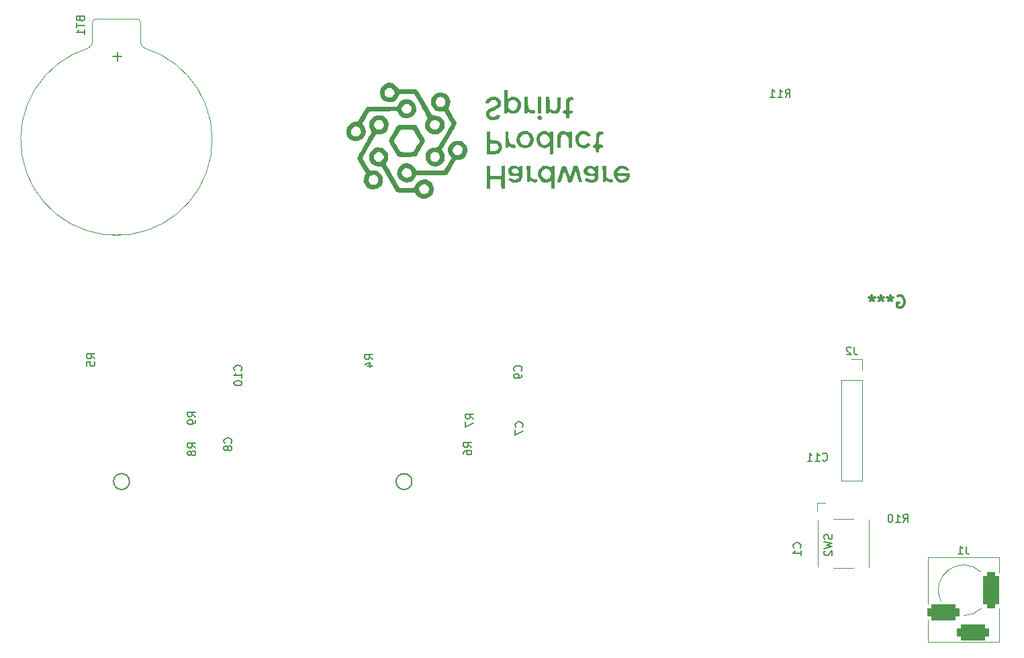
<source format=gbr>
%TF.GenerationSoftware,KiCad,Pcbnew,(6.0.5)*%
%TF.CreationDate,2022-07-13T23:51:26-04:00*%
%TF.ProjectId,Clock,436c6f63-6b2e-46b6-9963-61645f706362,rev?*%
%TF.SameCoordinates,PX4c4b400PY8a48640*%
%TF.FileFunction,Legend,Bot*%
%TF.FilePolarity,Positive*%
%FSLAX46Y46*%
G04 Gerber Fmt 4.6, Leading zero omitted, Abs format (unit mm)*
G04 Created by KiCad (PCBNEW (6.0.5)) date 2022-07-13 23:51:26*
%MOMM*%
%LPD*%
G01*
G04 APERTURE LIST*
G04 Aperture macros list*
%AMRoundRect*
0 Rectangle with rounded corners*
0 $1 Rounding radius*
0 $2 $3 $4 $5 $6 $7 $8 $9 X,Y pos of 4 corners*
0 Add a 4 corners polygon primitive as box body*
4,1,4,$2,$3,$4,$5,$6,$7,$8,$9,$2,$3,0*
0 Add four circle primitives for the rounded corners*
1,1,$1+$1,$2,$3*
1,1,$1+$1,$4,$5*
1,1,$1+$1,$6,$7*
1,1,$1+$1,$8,$9*
0 Add four rect primitives between the rounded corners*
20,1,$1+$1,$2,$3,$4,$5,0*
20,1,$1+$1,$4,$5,$6,$7,0*
20,1,$1+$1,$6,$7,$8,$9,0*
20,1,$1+$1,$8,$9,$2,$3,0*%
G04 Aperture macros list end*
%ADD10C,0.150000*%
%ADD11C,0.300000*%
%ADD12C,0.120000*%
%ADD13C,3.200000*%
%ADD14R,1.600000X1.600000*%
%ADD15O,1.600000X1.600000*%
%ADD16C,1.524000*%
%ADD17C,2.000000*%
%ADD18C,3.000000*%
%ADD19R,1.800000X2.600000*%
%ADD20O,1.800000X2.600000*%
%ADD21R,2.000000X2.000000*%
%ADD22C,1.440000*%
%ADD23R,1.050000X1.500000*%
%ADD24O,1.050000X1.500000*%
%ADD25R,1.400000X1.150000*%
%ADD26R,1.150000X1.400000*%
%ADD27RoundRect,0.500000X0.500000X-1.750000X0.500000X1.750000X-0.500000X1.750000X-0.500000X-1.750000X0*%
%ADD28RoundRect,0.500000X1.500000X0.500000X-1.500000X0.500000X-1.500000X-0.500000X1.500000X-0.500000X0*%
%ADD29R,3.000000X3.000000*%
%ADD30R,1.400000X1.600000*%
%ADD31R,1.700000X1.700000*%
%ADD32O,1.700000X1.700000*%
G04 APERTURE END LIST*
D10*
%TO.C,C7*%
X65137142Y36073667D02*
X65184761Y36121286D01*
X65232380Y36264143D01*
X65232380Y36359381D01*
X65184761Y36502239D01*
X65089523Y36597477D01*
X64994285Y36645096D01*
X64803809Y36692715D01*
X64660952Y36692715D01*
X64470476Y36645096D01*
X64375238Y36597477D01*
X64280000Y36502239D01*
X64232380Y36359381D01*
X64232380Y36264143D01*
X64280000Y36121286D01*
X64327619Y36073667D01*
X64232380Y35740334D02*
X64232380Y35073667D01*
X65232380Y35502239D01*
%TO.C,C8*%
X28434142Y34041667D02*
X28481761Y34089286D01*
X28529380Y34232143D01*
X28529380Y34327381D01*
X28481761Y34470239D01*
X28386523Y34565477D01*
X28291285Y34613096D01*
X28100809Y34660715D01*
X27957952Y34660715D01*
X27767476Y34613096D01*
X27672238Y34565477D01*
X27577000Y34470239D01*
X27529380Y34327381D01*
X27529380Y34232143D01*
X27577000Y34089286D01*
X27624619Y34041667D01*
X27957952Y33470239D02*
X27910333Y33565477D01*
X27862714Y33613096D01*
X27767476Y33660715D01*
X27719857Y33660715D01*
X27624619Y33613096D01*
X27577000Y33565477D01*
X27529380Y33470239D01*
X27529380Y33279762D01*
X27577000Y33184524D01*
X27624619Y33136905D01*
X27719857Y33089286D01*
X27767476Y33089286D01*
X27862714Y33136905D01*
X27910333Y33184524D01*
X27957952Y33279762D01*
X27957952Y33470239D01*
X28005571Y33565477D01*
X28053190Y33613096D01*
X28148428Y33660715D01*
X28338904Y33660715D01*
X28434142Y33613096D01*
X28481761Y33565477D01*
X28529380Y33470239D01*
X28529380Y33279762D01*
X28481761Y33184524D01*
X28434142Y33136905D01*
X28338904Y33089286D01*
X28148428Y33089286D01*
X28053190Y33136905D01*
X28005571Y33184524D01*
X27957952Y33279762D01*
%TO.C,R9*%
X23957380Y37343667D02*
X23481190Y37677000D01*
X23957380Y37915096D02*
X22957380Y37915096D01*
X22957380Y37534143D01*
X23005000Y37438905D01*
X23052619Y37391286D01*
X23147857Y37343667D01*
X23290714Y37343667D01*
X23385952Y37391286D01*
X23433571Y37438905D01*
X23481190Y37534143D01*
X23481190Y37915096D01*
X23957380Y36867477D02*
X23957380Y36677000D01*
X23909761Y36581762D01*
X23862142Y36534143D01*
X23719285Y36438905D01*
X23528809Y36391286D01*
X23147857Y36391286D01*
X23052619Y36438905D01*
X23005000Y36486524D01*
X22957380Y36581762D01*
X22957380Y36772239D01*
X23005000Y36867477D01*
X23052619Y36915096D01*
X23147857Y36962715D01*
X23385952Y36962715D01*
X23481190Y36915096D01*
X23528809Y36867477D01*
X23576428Y36772239D01*
X23576428Y36581762D01*
X23528809Y36486524D01*
X23481190Y36438905D01*
X23385952Y36391286D01*
%TO.C,C1*%
X100189142Y20833667D02*
X100236761Y20881286D01*
X100284380Y21024143D01*
X100284380Y21119381D01*
X100236761Y21262239D01*
X100141523Y21357477D01*
X100046285Y21405096D01*
X99855809Y21452715D01*
X99712952Y21452715D01*
X99522476Y21405096D01*
X99427238Y21357477D01*
X99332000Y21262239D01*
X99284380Y21119381D01*
X99284380Y21024143D01*
X99332000Y20881286D01*
X99379619Y20833667D01*
X100284380Y19881286D02*
X100284380Y20452715D01*
X100284380Y20167000D02*
X99284380Y20167000D01*
X99427238Y20262239D01*
X99522476Y20357477D01*
X99570095Y20452715D01*
%TO.C,R6*%
X58755380Y33494667D02*
X58279190Y33828000D01*
X58755380Y34066096D02*
X57755380Y34066096D01*
X57755380Y33685143D01*
X57803000Y33589905D01*
X57850619Y33542286D01*
X57945857Y33494667D01*
X58088714Y33494667D01*
X58183952Y33542286D01*
X58231571Y33589905D01*
X58279190Y33685143D01*
X58279190Y34066096D01*
X57755380Y32637524D02*
X57755380Y32828000D01*
X57803000Y32923239D01*
X57850619Y32970858D01*
X57993476Y33066096D01*
X58183952Y33113715D01*
X58564904Y33113715D01*
X58660142Y33066096D01*
X58707761Y33018477D01*
X58755380Y32923239D01*
X58755380Y32732762D01*
X58707761Y32637524D01*
X58660142Y32589905D01*
X58564904Y32542286D01*
X58326809Y32542286D01*
X58231571Y32589905D01*
X58183952Y32637524D01*
X58136333Y32732762D01*
X58136333Y32923239D01*
X58183952Y33018477D01*
X58231571Y33066096D01*
X58326809Y33113715D01*
%TO.C,C11*%
X103014857Y31866858D02*
X103062476Y31819239D01*
X103205333Y31771620D01*
X103300571Y31771620D01*
X103443428Y31819239D01*
X103538666Y31914477D01*
X103586285Y32009715D01*
X103633904Y32200191D01*
X103633904Y32343048D01*
X103586285Y32533524D01*
X103538666Y32628762D01*
X103443428Y32724000D01*
X103300571Y32771620D01*
X103205333Y32771620D01*
X103062476Y32724000D01*
X103014857Y32676381D01*
X102062476Y31771620D02*
X102633904Y31771620D01*
X102348190Y31771620D02*
X102348190Y32771620D01*
X102443428Y32628762D01*
X102538666Y32533524D01*
X102633904Y32485905D01*
X101110095Y31771620D02*
X101681523Y31771620D01*
X101395809Y31771620D02*
X101395809Y32771620D01*
X101491047Y32628762D01*
X101586285Y32533524D01*
X101681523Y32485905D01*
D11*
%TO.C,G\u002A\u002A\u002A*%
X112477571Y52544000D02*
X112622714Y52616572D01*
X112840428Y52616572D01*
X113058142Y52544000D01*
X113203285Y52398858D01*
X113275857Y52253715D01*
X113348428Y51963429D01*
X113348428Y51745715D01*
X113275857Y51455429D01*
X113203285Y51310286D01*
X113058142Y51165143D01*
X112840428Y51092572D01*
X112695285Y51092572D01*
X112477571Y51165143D01*
X112405000Y51237715D01*
X112405000Y51745715D01*
X112695285Y51745715D01*
X111534142Y52616572D02*
X111534142Y52253715D01*
X111897000Y52398858D02*
X111534142Y52253715D01*
X111171285Y52398858D01*
X111751857Y51963429D02*
X111534142Y52253715D01*
X111316428Y51963429D01*
X110373000Y52616572D02*
X110373000Y52253715D01*
X110735857Y52398858D02*
X110373000Y52253715D01*
X110010142Y52398858D01*
X110590714Y51963429D02*
X110373000Y52253715D01*
X110155285Y51963429D01*
X109211857Y52616572D02*
X109211857Y52253715D01*
X109574714Y52398858D02*
X109211857Y52253715D01*
X108849000Y52398858D01*
X109429571Y51963429D02*
X109211857Y52253715D01*
X108994142Y51963429D01*
D10*
%TO.C,C10*%
X29703142Y43192858D02*
X29750761Y43240477D01*
X29798380Y43383334D01*
X29798380Y43478572D01*
X29750761Y43621429D01*
X29655523Y43716667D01*
X29560285Y43764286D01*
X29369809Y43811905D01*
X29226952Y43811905D01*
X29036476Y43764286D01*
X28941238Y43716667D01*
X28846000Y43621429D01*
X28798380Y43478572D01*
X28798380Y43383334D01*
X28846000Y43240477D01*
X28893619Y43192858D01*
X29798380Y42240477D02*
X29798380Y42811905D01*
X29798380Y42526191D02*
X28798380Y42526191D01*
X28941238Y42621429D01*
X29036476Y42716667D01*
X29084095Y42811905D01*
X28798380Y41621429D02*
X28798380Y41526191D01*
X28846000Y41430953D01*
X28893619Y41383334D01*
X28988857Y41335715D01*
X29179333Y41288096D01*
X29417428Y41288096D01*
X29607904Y41335715D01*
X29703142Y41383334D01*
X29750761Y41430953D01*
X29798380Y41526191D01*
X29798380Y41621429D01*
X29750761Y41716667D01*
X29703142Y41764286D01*
X29607904Y41811905D01*
X29417428Y41859524D01*
X29179333Y41859524D01*
X28988857Y41811905D01*
X28893619Y41764286D01*
X28846000Y41716667D01*
X28798380Y41621429D01*
%TO.C,C9*%
X65009142Y43146667D02*
X65056761Y43194286D01*
X65104380Y43337143D01*
X65104380Y43432381D01*
X65056761Y43575239D01*
X64961523Y43670477D01*
X64866285Y43718096D01*
X64675809Y43765715D01*
X64532952Y43765715D01*
X64342476Y43718096D01*
X64247238Y43670477D01*
X64152000Y43575239D01*
X64104380Y43432381D01*
X64104380Y43337143D01*
X64152000Y43194286D01*
X64199619Y43146667D01*
X65104380Y42670477D02*
X65104380Y42480000D01*
X65056761Y42384762D01*
X65009142Y42337143D01*
X64866285Y42241905D01*
X64675809Y42194286D01*
X64294857Y42194286D01*
X64199619Y42241905D01*
X64152000Y42289524D01*
X64104380Y42384762D01*
X64104380Y42575239D01*
X64152000Y42670477D01*
X64199619Y42718096D01*
X64294857Y42765715D01*
X64532952Y42765715D01*
X64628190Y42718096D01*
X64675809Y42670477D01*
X64723428Y42575239D01*
X64723428Y42384762D01*
X64675809Y42289524D01*
X64628190Y42241905D01*
X64532952Y42194286D01*
%TO.C,J1*%
X121120333Y21007620D02*
X121120333Y20293334D01*
X121167952Y20150477D01*
X121263190Y20055239D01*
X121406047Y20007620D01*
X121501285Y20007620D01*
X120120333Y20007620D02*
X120691761Y20007620D01*
X120406047Y20007620D02*
X120406047Y21007620D01*
X120501285Y20864762D01*
X120596523Y20769524D01*
X120691761Y20721905D01*
%TO.C,R11*%
X98315857Y77619620D02*
X98649190Y78095810D01*
X98887285Y77619620D02*
X98887285Y78619620D01*
X98506333Y78619620D01*
X98411095Y78572000D01*
X98363476Y78524381D01*
X98315857Y78429143D01*
X98315857Y78286286D01*
X98363476Y78191048D01*
X98411095Y78143429D01*
X98506333Y78095810D01*
X98887285Y78095810D01*
X97363476Y77619620D02*
X97934904Y77619620D01*
X97649190Y77619620D02*
X97649190Y78619620D01*
X97744428Y78476762D01*
X97839666Y78381524D01*
X97934904Y78333905D01*
X96411095Y77619620D02*
X96982523Y77619620D01*
X96696809Y77619620D02*
X96696809Y78619620D01*
X96792047Y78476762D01*
X96887285Y78381524D01*
X96982523Y78333905D01*
%TO.C,R4*%
X46310380Y44582667D02*
X45834190Y44916000D01*
X46310380Y45154096D02*
X45310380Y45154096D01*
X45310380Y44773143D01*
X45358000Y44677905D01*
X45405619Y44630286D01*
X45500857Y44582667D01*
X45643714Y44582667D01*
X45738952Y44630286D01*
X45786571Y44677905D01*
X45834190Y44773143D01*
X45834190Y45154096D01*
X45643714Y43725524D02*
X46310380Y43725524D01*
X45262761Y43963620D02*
X45977047Y44201715D01*
X45977047Y43582667D01*
%TO.C,BT1*%
X9408588Y87529401D02*
X9456207Y87386544D01*
X9503826Y87338925D01*
X9599064Y87291306D01*
X9741921Y87291306D01*
X9837159Y87338925D01*
X9884778Y87386544D01*
X9932397Y87481782D01*
X9932397Y87862734D01*
X8932397Y87862734D01*
X8932397Y87529401D01*
X8980017Y87434163D01*
X9027636Y87386544D01*
X9122874Y87338925D01*
X9218112Y87338925D01*
X9313350Y87386544D01*
X9360969Y87434163D01*
X9408588Y87529401D01*
X9408588Y87862734D01*
X8932397Y87005591D02*
X8932397Y86434163D01*
X9932397Y86719877D02*
X8932397Y86719877D01*
X9932397Y85577020D02*
X9932397Y86148448D01*
X9932397Y85862734D02*
X8932397Y85862734D01*
X9075255Y85957972D01*
X9170493Y86053210D01*
X9218112Y86148448D01*
X14087159Y83315115D02*
X14087159Y82172258D01*
X14658588Y82743686D02*
X13515731Y82743686D01*
%TO.C,R5*%
X11258380Y44670667D02*
X10782190Y45004000D01*
X11258380Y45242096D02*
X10258380Y45242096D01*
X10258380Y44861143D01*
X10306000Y44765905D01*
X10353619Y44718286D01*
X10448857Y44670667D01*
X10591714Y44670667D01*
X10686952Y44718286D01*
X10734571Y44765905D01*
X10782190Y44861143D01*
X10782190Y45242096D01*
X10258380Y43765905D02*
X10258380Y44242096D01*
X10734571Y44289715D01*
X10686952Y44242096D01*
X10639333Y44146858D01*
X10639333Y43908762D01*
X10686952Y43813524D01*
X10734571Y43765905D01*
X10829809Y43718286D01*
X11067904Y43718286D01*
X11163142Y43765905D01*
X11210761Y43813524D01*
X11258380Y43908762D01*
X11258380Y44146858D01*
X11210761Y44242096D01*
X11163142Y44289715D01*
%TO.C,R8*%
X23957380Y33406667D02*
X23481190Y33740000D01*
X23957380Y33978096D02*
X22957380Y33978096D01*
X22957380Y33597143D01*
X23005000Y33501905D01*
X23052619Y33454286D01*
X23147857Y33406667D01*
X23290714Y33406667D01*
X23385952Y33454286D01*
X23433571Y33501905D01*
X23481190Y33597143D01*
X23481190Y33978096D01*
X23385952Y32835239D02*
X23338333Y32930477D01*
X23290714Y32978096D01*
X23195476Y33025715D01*
X23147857Y33025715D01*
X23052619Y32978096D01*
X23005000Y32930477D01*
X22957380Y32835239D01*
X22957380Y32644762D01*
X23005000Y32549524D01*
X23052619Y32501905D01*
X23147857Y32454286D01*
X23195476Y32454286D01*
X23290714Y32501905D01*
X23338333Y32549524D01*
X23385952Y32644762D01*
X23385952Y32835239D01*
X23433571Y32930477D01*
X23481190Y32978096D01*
X23576428Y33025715D01*
X23766904Y33025715D01*
X23862142Y32978096D01*
X23909761Y32930477D01*
X23957380Y32835239D01*
X23957380Y32644762D01*
X23909761Y32549524D01*
X23862142Y32501905D01*
X23766904Y32454286D01*
X23576428Y32454286D01*
X23481190Y32501905D01*
X23433571Y32549524D01*
X23385952Y32644762D01*
%TO.C,SW2*%
X104173761Y22508334D02*
X104221380Y22365477D01*
X104221380Y22127381D01*
X104173761Y22032143D01*
X104126142Y21984524D01*
X104030904Y21936905D01*
X103935666Y21936905D01*
X103840428Y21984524D01*
X103792809Y22032143D01*
X103745190Y22127381D01*
X103697571Y22317858D01*
X103649952Y22413096D01*
X103602333Y22460715D01*
X103507095Y22508334D01*
X103411857Y22508334D01*
X103316619Y22460715D01*
X103269000Y22413096D01*
X103221380Y22317858D01*
X103221380Y22079762D01*
X103269000Y21936905D01*
X103221380Y21603572D02*
X104221380Y21365477D01*
X103507095Y21175000D01*
X104221380Y20984524D01*
X103221380Y20746429D01*
X103316619Y20413096D02*
X103269000Y20365477D01*
X103221380Y20270239D01*
X103221380Y20032143D01*
X103269000Y19936905D01*
X103316619Y19889286D01*
X103411857Y19841667D01*
X103507095Y19841667D01*
X103649952Y19889286D01*
X104221380Y20460715D01*
X104221380Y19841667D01*
%TO.C,R10*%
X113174857Y24023620D02*
X113508190Y24499810D01*
X113746285Y24023620D02*
X113746285Y25023620D01*
X113365333Y25023620D01*
X113270095Y24976000D01*
X113222476Y24928381D01*
X113174857Y24833143D01*
X113174857Y24690286D01*
X113222476Y24595048D01*
X113270095Y24547429D01*
X113365333Y24499810D01*
X113746285Y24499810D01*
X112222476Y24023620D02*
X112793904Y24023620D01*
X112508190Y24023620D02*
X112508190Y25023620D01*
X112603428Y24880762D01*
X112698666Y24785524D01*
X112793904Y24737905D01*
X111603428Y25023620D02*
X111508190Y25023620D01*
X111412952Y24976000D01*
X111365333Y24928381D01*
X111317714Y24833143D01*
X111270095Y24642667D01*
X111270095Y24404572D01*
X111317714Y24214096D01*
X111365333Y24118858D01*
X111412952Y24071239D01*
X111508190Y24023620D01*
X111603428Y24023620D01*
X111698666Y24071239D01*
X111746285Y24118858D01*
X111793904Y24214096D01*
X111841523Y24404572D01*
X111841523Y24642667D01*
X111793904Y24833143D01*
X111746285Y24928381D01*
X111698666Y24976000D01*
X111603428Y25023620D01*
%TO.C,J2*%
X107023333Y46150620D02*
X107023333Y45436334D01*
X107070952Y45293477D01*
X107166190Y45198239D01*
X107309047Y45150620D01*
X107404285Y45150620D01*
X106594761Y46055381D02*
X106547142Y46103000D01*
X106451904Y46150620D01*
X106213809Y46150620D01*
X106118571Y46103000D01*
X106070952Y46055381D01*
X106023333Y45960143D01*
X106023333Y45864905D01*
X106070952Y45722048D01*
X106642380Y45150620D01*
X106023333Y45150620D01*
%TO.C,R7*%
X59009380Y37089667D02*
X58533190Y37423000D01*
X59009380Y37661096D02*
X58009380Y37661096D01*
X58009380Y37280143D01*
X58057000Y37184905D01*
X58104619Y37137286D01*
X58199857Y37089667D01*
X58342714Y37089667D01*
X58437952Y37137286D01*
X58485571Y37184905D01*
X58533190Y37280143D01*
X58533190Y37661096D01*
X58009380Y36756334D02*
X58009380Y36089667D01*
X59009380Y36518239D01*
%TO.C,D2*%
X15618000Y29176000D02*
G75*
G03*
X15618000Y29176000I-1000000J0D01*
G01*
%TO.C,D1*%
X51240000Y29176000D02*
G75*
G03*
X51240000Y29176000I-1000000J0D01*
G01*
D12*
%TO.C,J1*%
X125287000Y8960000D02*
X116287000Y8960000D01*
X125287000Y19660000D02*
X116287000Y19660000D01*
X116287000Y8960000D02*
X116287000Y11710000D01*
X125287000Y19660000D02*
X125287000Y17710000D01*
X125287000Y8960000D02*
X125287000Y13210000D01*
X116287000Y19660000D02*
X116287000Y13710000D01*
X122987000Y17760000D02*
G75*
G03*
X117920755Y14076295I-2200000J-2300000D01*
G01*
X120787000Y12260000D02*
G75*
G03*
X123049742Y13197258I2J3199997D01*
G01*
%TO.C,G\u002A\u002A\u002A*%
G36*
X68363581Y77670332D02*
G01*
X68572040Y77650232D01*
X68604111Y76922742D01*
X68608779Y76819642D01*
X68625036Y76532524D01*
X68645439Y76340259D01*
X68675597Y76216876D01*
X68721117Y76136403D01*
X68787606Y76072869D01*
X68961709Y75980217D01*
X69196828Y75958939D01*
X69409655Y76041314D01*
X69411116Y76042386D01*
X69465398Y76098143D01*
X69503674Y76187144D01*
X69530320Y76333146D01*
X69549714Y76559909D01*
X69566232Y76891188D01*
X69598303Y77650232D01*
X69983151Y77650232D01*
X70003009Y76976747D01*
X70006830Y76680234D01*
X69988443Y76312192D01*
X69936750Y76038390D01*
X69847488Y75839791D01*
X69716392Y75697360D01*
X69534119Y75605181D01*
X69267849Y75562859D01*
X68997867Y75592371D01*
X68779033Y75693919D01*
X68753129Y75714108D01*
X68620890Y75803560D01*
X68556746Y75806593D01*
X68539970Y75725990D01*
X68500312Y75658463D01*
X68347545Y75629778D01*
X68155121Y75629778D01*
X68155121Y77690431D01*
X68363581Y77670332D01*
G37*
G36*
X43044289Y73782775D02*
G01*
X43250309Y74097575D01*
X43422355Y74275012D01*
X43605972Y74411529D01*
X43811963Y74488883D01*
X44090978Y74533329D01*
X44435812Y74571444D01*
X44926401Y75413364D01*
X45009176Y75554764D01*
X45181115Y75844285D01*
X45304763Y76047941D01*
X49964986Y76047941D01*
X49977935Y76002763D01*
X50110941Y75769466D01*
X50313609Y75619437D01*
X50555411Y75561093D01*
X50805817Y75602850D01*
X51034297Y75753127D01*
X51122515Y75858071D01*
X51221138Y76099405D01*
X51195513Y76347617D01*
X51045399Y76584704D01*
X50840715Y76748775D01*
X50603103Y76811159D01*
X50340392Y76751513D01*
X50233166Y76689126D01*
X50064823Y76505391D01*
X49967291Y76276409D01*
X49964986Y76047941D01*
X45304763Y76047941D01*
X45330207Y76089848D01*
X45442744Y76269040D01*
X45505020Y76359450D01*
X45509818Y76364805D01*
X45551330Y76393998D01*
X45623237Y76416902D01*
X45739525Y76434255D01*
X45914175Y76446796D01*
X46161171Y76455263D01*
X46494496Y76460396D01*
X46928133Y76462934D01*
X47476065Y76463616D01*
X49359080Y76463616D01*
X49481841Y76704146D01*
X49585931Y76881957D01*
X49771469Y77085419D01*
X50035172Y77254788D01*
X50037164Y77255834D01*
X50267873Y77327917D01*
X50561762Y77355504D01*
X50861961Y77337619D01*
X51111600Y77273284D01*
X51328129Y77151331D01*
X51582946Y76893286D01*
X51743329Y76560285D01*
X51799060Y76168744D01*
X51770222Y75876204D01*
X51638953Y75547274D01*
X51392538Y75262662D01*
X51374106Y75246786D01*
X51049920Y75048932D01*
X50697339Y74962374D01*
X50340587Y74982382D01*
X50003889Y75104228D01*
X49711468Y75323184D01*
X49487550Y75634521D01*
X49358031Y75888398D01*
X47617128Y75871336D01*
X45876225Y75854273D01*
X45427199Y75093067D01*
X45402638Y75051367D01*
X45227124Y74746904D01*
X45112167Y74530292D01*
X45049962Y74383490D01*
X45032705Y74288459D01*
X45052591Y74227158D01*
X45163398Y74056966D01*
X45343362Y73656986D01*
X45403810Y73274746D01*
X45345595Y72919449D01*
X45169570Y72600298D01*
X44876585Y72326495D01*
X44758748Y72248289D01*
X44603070Y72175229D01*
X44425086Y72141959D01*
X44172043Y72134071D01*
X44085972Y72134759D01*
X43847452Y72151357D01*
X43673256Y72198808D01*
X43514334Y72288640D01*
X43323071Y72445770D01*
X43094531Y72746578D01*
X42969692Y73084720D01*
X42963127Y73214568D01*
X43535971Y73214568D01*
X43614419Y73008634D01*
X43760428Y72839533D01*
X43954002Y72724030D01*
X44175145Y72678891D01*
X44403862Y72720880D01*
X44620156Y72866763D01*
X44708681Y72974456D01*
X44808053Y73218784D01*
X44801654Y73469735D01*
X44693653Y73695738D01*
X44488223Y73865225D01*
X44405103Y73903186D01*
X44133722Y73951188D01*
X43884850Y73873239D01*
X43661960Y73670159D01*
X43661736Y73669874D01*
X43545078Y73440570D01*
X43535971Y73214568D01*
X42963127Y73214568D01*
X42951848Y73437637D01*
X43044289Y73782775D01*
G37*
G36*
X63418681Y72683789D02*
G01*
X63427217Y72498146D01*
X63462368Y72164063D01*
X63528053Y71931572D01*
X63634661Y71782846D01*
X63792583Y71700057D01*
X64012209Y71665376D01*
X64152317Y71654536D01*
X64262960Y71627847D01*
X64299730Y71565052D01*
X64294391Y71440881D01*
X64278853Y71340145D01*
X64218860Y71249914D01*
X64079566Y71216995D01*
X63902177Y71235428D01*
X63646611Y71359381D01*
X63564331Y71414525D01*
X63459094Y71474666D01*
X63416578Y71466610D01*
X63408656Y71394511D01*
X63406880Y71363897D01*
X63357428Y71288595D01*
X63216232Y71268162D01*
X63023808Y71268162D01*
X63023808Y73320687D01*
X63396635Y73320687D01*
X63418681Y72683789D01*
G37*
G36*
X75146917Y73302635D02*
G01*
X75296075Y73278095D01*
X75365194Y73223449D01*
X75390930Y73116330D01*
X75391898Y73107744D01*
X75389522Y72997839D01*
X75326952Y72946449D01*
X75170145Y72923905D01*
X75019351Y72900496D01*
X74928022Y72834725D01*
X74874696Y72691005D01*
X74854012Y72569473D01*
X74837549Y72334678D01*
X74838915Y72081662D01*
X74857899Y71685081D01*
X75098429Y71665173D01*
X75102342Y71664848D01*
X75258801Y71640835D01*
X75325171Y71583382D01*
X75338959Y71460586D01*
X75338957Y71457582D01*
X75324547Y71336259D01*
X75256874Y71279698D01*
X75098429Y71255998D01*
X75016429Y71248198D01*
X74905582Y71217169D01*
X74857602Y71135122D01*
X74838176Y70963490D01*
X74833050Y70898955D01*
X74808273Y70759652D01*
X74750630Y70702152D01*
X74633404Y70690889D01*
X74589548Y70691560D01*
X74493419Y70713213D01*
X74448686Y70792001D01*
X74428632Y70963490D01*
X74425955Y70998390D01*
X74401413Y71155694D01*
X74345463Y71228955D01*
X74232520Y71256387D01*
X74169566Y71266512D01*
X74078103Y71323511D01*
X74056131Y71460586D01*
X74058895Y71526540D01*
X74103471Y71627029D01*
X74232520Y71664785D01*
X74408909Y71685081D01*
X74440980Y72380501D01*
X74443882Y72442462D01*
X74460469Y72733908D01*
X74481067Y72928634D01*
X74511809Y73053528D01*
X74558830Y73135478D01*
X74628265Y73201374D01*
X74664903Y73228645D01*
X74837468Y73299395D01*
X75077255Y73307721D01*
X75146917Y73302635D01*
G37*
G36*
X72410236Y68012985D02*
G01*
X72466845Y67833287D01*
X72563311Y67519066D01*
X72640511Y67257036D01*
X72691672Y67070475D01*
X72710022Y66982658D01*
X72664181Y66926582D01*
X72505642Y66918517D01*
X72495263Y66919529D01*
X72416277Y66929671D01*
X72355053Y66954551D01*
X72302585Y67012220D01*
X72249869Y67120731D01*
X72187900Y67298136D01*
X72107675Y67562487D01*
X72000188Y67931835D01*
X71860919Y68411923D01*
X71643292Y67716711D01*
X71564018Y67467105D01*
X71483585Y67222015D01*
X71422585Y67045275D01*
X71390143Y66964022D01*
X71387838Y66960819D01*
X71298430Y66922381D01*
X71143471Y66906545D01*
X70932321Y66906545D01*
X70714992Y67612101D01*
X70631706Y67873508D01*
X70552451Y68104049D01*
X70491948Y68260203D01*
X70459019Y68317657D01*
X70444814Y68306462D01*
X70396663Y68209383D01*
X70340878Y68045056D01*
X70233328Y67675747D01*
X70143697Y67373380D01*
X70075912Y67162477D01*
X70021969Y67026656D01*
X69973860Y66949534D01*
X69923579Y66914730D01*
X69863121Y66905861D01*
X69784480Y66906545D01*
X69760571Y66906803D01*
X69622565Y66920759D01*
X69566232Y66949454D01*
X69568549Y66960741D01*
X69598847Y67066011D01*
X69658044Y67259737D01*
X69738245Y67516975D01*
X69831557Y67812782D01*
X69930087Y68122211D01*
X70025940Y68420320D01*
X70111223Y68682163D01*
X70178042Y68882797D01*
X70258385Y68939505D01*
X70446136Y68946938D01*
X70685657Y68927000D01*
X70902907Y68231917D01*
X70987140Y67977921D01*
X71068908Y67762410D01*
X71133243Y67625913D01*
X71170922Y67590503D01*
X71197729Y67642243D01*
X71257410Y67797718D01*
X71335802Y68026850D01*
X71422976Y68301621D01*
X71624266Y68959071D01*
X72109590Y68959071D01*
X72410236Y68012985D01*
G37*
G36*
X67017637Y72768513D02*
G01*
X67184068Y73057595D01*
X67448565Y73265904D01*
X67574977Y73321369D01*
X67863803Y73380083D01*
X68142193Y73358321D01*
X68365048Y73256545D01*
X68395010Y73233229D01*
X68525177Y73145949D01*
X68587877Y73145205D01*
X68604111Y73228539D01*
X68606022Y73250685D01*
X68661491Y73305835D01*
X68812571Y73308715D01*
X69021030Y73288616D01*
X69021030Y70466394D01*
X68812571Y70446295D01*
X68604111Y70426195D01*
X68604111Y71520861D01*
X68363581Y71356613D01*
X68241958Y71281382D01*
X68061053Y71220045D01*
X67843122Y71223210D01*
X67767215Y71233919D01*
X67437936Y71348627D01*
X67188072Y71560748D01*
X67024192Y71862727D01*
X66952865Y72247009D01*
X66952229Y72315394D01*
X67386850Y72315394D01*
X67387820Y72275043D01*
X67447636Y71988119D01*
X67583967Y71774809D01*
X67774191Y71644982D01*
X67995689Y71608504D01*
X68225840Y71675244D01*
X68442024Y71855071D01*
X68529531Y71989364D01*
X68600552Y72247341D01*
X68577820Y72510592D01*
X68467086Y72743032D01*
X68274102Y72908578D01*
X68030958Y72991403D01*
X67792845Y72964325D01*
X67572914Y72812489D01*
X67462174Y72682725D01*
X67401192Y72531095D01*
X67386850Y72315394D01*
X66952229Y72315394D01*
X66951414Y72403063D01*
X67017637Y72768513D01*
G37*
G36*
X48731922Y66640495D02*
G01*
X48512598Y67013300D01*
X48277714Y67415868D01*
X47418235Y68894929D01*
X47105073Y68894929D01*
X47045177Y68895950D01*
X46639512Y68963933D01*
X46304156Y69130617D01*
X46050505Y69385077D01*
X45889957Y69716385D01*
X45833909Y70113616D01*
X45840975Y70178010D01*
X46415995Y70178010D01*
X46443159Y69950975D01*
X46597042Y69715202D01*
X46705142Y69607199D01*
X46852853Y69527081D01*
X47052596Y69507188D01*
X47200617Y69516135D01*
X47356954Y69574850D01*
X47508150Y69715202D01*
X47611039Y69850627D01*
X47693025Y70080383D01*
X47648101Y70306288D01*
X47475929Y70536949D01*
X47433423Y70577969D01*
X47242103Y70714064D01*
X47052596Y70755030D01*
X47012410Y70753450D01*
X46825643Y70694774D01*
X46629263Y70536949D01*
X46515886Y70404915D01*
X46415995Y70178010D01*
X45840975Y70178010D01*
X45867435Y70419160D01*
X46010890Y70771213D01*
X46261472Y71056964D01*
X46612917Y71267140D01*
X46628063Y71273249D01*
X46882787Y71321184D01*
X47189610Y71307148D01*
X47496415Y71237875D01*
X47751084Y71120099D01*
X48012900Y70879804D01*
X48192308Y70565176D01*
X48272068Y70211038D01*
X48246134Y69844899D01*
X48108459Y69494271D01*
X48091236Y69464631D01*
X48005540Y69294976D01*
X47985338Y69178707D01*
X48021560Y69071717D01*
X48052324Y69016246D01*
X48144779Y68854648D01*
X48285378Y68611530D01*
X48464198Y68303986D01*
X48671316Y67949109D01*
X48896809Y67563995D01*
X49696132Y66200990D01*
X51482912Y66200990D01*
X51601550Y66473591D01*
X51601984Y66474587D01*
X51806150Y66802625D01*
X52089060Y67061134D01*
X52422586Y67230572D01*
X52778598Y67291394D01*
X53038367Y67250325D01*
X53349468Y67115003D01*
X53629379Y66910430D01*
X53834226Y66662735D01*
X53918471Y66483477D01*
X53996427Y66157573D01*
X53997111Y65832543D01*
X53916945Y65556242D01*
X53910049Y65543047D01*
X53665679Y65209186D01*
X53342413Y64966593D01*
X52960956Y64830976D01*
X52828372Y64816762D01*
X52498598Y64857470D01*
X52174412Y64986658D01*
X51895397Y65185359D01*
X51701134Y65434609D01*
X51603342Y65623717D01*
X50487170Y65623717D01*
X50408478Y65623721D01*
X50026030Y65624474D01*
X49748818Y65628276D01*
X49557206Y65637619D01*
X49431562Y65654997D01*
X49352251Y65682901D01*
X49299640Y65723826D01*
X49254095Y65780262D01*
X49197911Y65865843D01*
X49084440Y66050247D01*
X49045547Y66114912D01*
X52147193Y66114912D01*
X52172619Y65870336D01*
X52271176Y65650424D01*
X52436922Y65497336D01*
X52457318Y65486942D01*
X52718199Y65425685D01*
X52985967Y65472000D01*
X53215106Y65618783D01*
X53302860Y65723066D01*
X53401692Y65964490D01*
X53376217Y66213909D01*
X53226207Y66454254D01*
X53060482Y66593777D01*
X52812437Y66680216D01*
X52554520Y66641539D01*
X52298730Y66477443D01*
X52200845Y66341991D01*
X52147193Y66114912D01*
X49045547Y66114912D01*
X48925823Y66313970D01*
X48731922Y66640495D01*
G37*
G36*
X49565266Y68761605D02*
G01*
X49803541Y69039436D01*
X49822960Y69055242D01*
X50058898Y69198251D01*
X50333067Y69302723D01*
X50580374Y69343204D01*
X50671190Y69337734D01*
X50983156Y69251235D01*
X51287655Y69080181D01*
X51544439Y68851285D01*
X51713263Y68591260D01*
X51800782Y68381798D01*
X55297260Y68381798D01*
X55766617Y69189530D01*
X56235974Y69997261D01*
X56109616Y70135615D01*
X56070046Y70181030D01*
X55876275Y70502056D01*
X55789364Y70850447D01*
X55790509Y70875842D01*
X56367031Y70875842D01*
X56448541Y70655642D01*
X56604949Y70477209D01*
X56814452Y70361016D01*
X57055246Y70327535D01*
X57305529Y70397240D01*
X57419483Y70471191D01*
X57584106Y70673819D01*
X57646706Y70916771D01*
X57602934Y71169479D01*
X57448439Y71401378D01*
X57326559Y71498299D01*
X57080376Y71586552D01*
X56827576Y71566762D01*
X56598815Y71444235D01*
X56424749Y71224272D01*
X56382220Y71117337D01*
X56367031Y70875842D01*
X55790509Y70875842D01*
X55805199Y71201747D01*
X55919665Y71531497D01*
X56128649Y71815237D01*
X56428036Y72028511D01*
X56692141Y72124602D01*
X57072596Y72157633D01*
X57442128Y72078345D01*
X57774821Y71893453D01*
X58044757Y71609670D01*
X58130961Y71462176D01*
X58229010Y71131261D01*
X58222255Y70792283D01*
X58122353Y70466737D01*
X57940965Y70176117D01*
X57689751Y69941920D01*
X57380369Y69785638D01*
X57024480Y69728768D01*
X56753915Y69728768D01*
X56255076Y68857644D01*
X56159005Y68691105D01*
X55987772Y68400418D01*
X55839534Y68156464D01*
X55727590Y67980935D01*
X55665238Y67895523D01*
X55648800Y67882883D01*
X55583348Y67858482D01*
X55468124Y67839487D01*
X55290044Y67825296D01*
X55036026Y67815306D01*
X54692986Y67808915D01*
X54247843Y67805522D01*
X53687511Y67804525D01*
X51800782Y67804525D01*
X51711609Y67596066D01*
X51558307Y67350324D01*
X51327633Y67123862D01*
X51073294Y66974767D01*
X50935809Y66934110D01*
X50591654Y66905290D01*
X50237840Y66957700D01*
X49916259Y67082508D01*
X49668805Y67270881D01*
X49580313Y67383055D01*
X49426788Y67708175D01*
X49374619Y68066174D01*
X49381694Y68120627D01*
X49954645Y68120627D01*
X50004675Y67864867D01*
X50112859Y67681166D01*
X50317235Y67532311D01*
X50599579Y67483818D01*
X50778767Y67510288D01*
X51006582Y67635198D01*
X51163410Y67838454D01*
X51221788Y68093162D01*
X51221417Y68118723D01*
X51175536Y68327035D01*
X51034297Y68515015D01*
X51018549Y68530308D01*
X50796127Y68670002D01*
X50560470Y68706757D01*
X50335036Y68655385D01*
X50143283Y68530698D01*
X50008666Y68347508D01*
X49954645Y68120627D01*
X49381694Y68120627D01*
X49421535Y68427251D01*
X49565266Y68761605D01*
G37*
G36*
X71374976Y77662977D02*
G01*
X71518739Y77639375D01*
X71582739Y77575781D01*
X71606956Y77439488D01*
X71612466Y77300530D01*
X71573212Y77252964D01*
X71461805Y77270262D01*
X71452545Y77272538D01*
X71306518Y77287434D01*
X71206739Y77238810D01*
X71145281Y77110681D01*
X71114219Y76887064D01*
X71105626Y76551974D01*
X71105626Y75950485D01*
X71330121Y75950485D01*
X71462365Y75942965D01*
X71537843Y75898572D01*
X71554616Y75790131D01*
X71544089Y75695671D01*
X71481938Y75641758D01*
X71330121Y75629778D01*
X71236463Y75628311D01*
X71145010Y75604270D01*
X71110781Y75522611D01*
X71105626Y75348004D01*
X71104314Y75281953D01*
X71069497Y75101764D01*
X70970113Y75012443D01*
X70783187Y74988364D01*
X70708069Y75011842D01*
X70665799Y75103395D01*
X70644115Y75293035D01*
X70637149Y75386700D01*
X70611827Y75528424D01*
X70556089Y75593496D01*
X70448177Y75618003D01*
X70423169Y75621317D01*
X70304093Y75670498D01*
X70271788Y75786374D01*
X70272882Y75814726D01*
X70321117Y75918452D01*
X70464212Y75972934D01*
X70656636Y76011419D01*
X70658676Y76670472D01*
X70658905Y76721435D01*
X70666791Y77041999D01*
X70691286Y77264381D01*
X70740474Y77414985D01*
X70822442Y77520215D01*
X70945273Y77606476D01*
X70967165Y77617471D01*
X71130635Y77657782D01*
X71330121Y77665962D01*
X71374976Y77662977D01*
G37*
G36*
X76713546Y68186944D02*
G01*
X76820785Y68488468D01*
X77014844Y68745504D01*
X77295273Y68932667D01*
X77407256Y68972096D01*
X77689078Y69015331D01*
X77977856Y69002340D01*
X78212473Y68933094D01*
X78213972Y68932311D01*
X78382352Y68818823D01*
X78544349Y68673150D01*
X78627346Y68576738D01*
X78658021Y68498450D01*
X78608491Y68443543D01*
X78607540Y68442943D01*
X78477764Y68389787D01*
X78338467Y68410031D01*
X78146697Y68509841D01*
X78096716Y68538582D01*
X77814786Y68632978D01*
X77553928Y68603545D01*
X77322409Y68450873D01*
X77290917Y68419052D01*
X77171779Y68283911D01*
X77128240Y68187501D01*
X77170829Y68122716D01*
X77310074Y68082447D01*
X77556506Y68059587D01*
X77920651Y68047030D01*
X78706384Y68029020D01*
X78726922Y67850114D01*
X78713408Y67646019D01*
X78608656Y67379812D01*
X78429547Y67142032D01*
X78201217Y66974542D01*
X78149068Y66950199D01*
X77850260Y66857526D01*
X77569201Y66869506D01*
X77260757Y66986722D01*
X77161790Y67043694D01*
X76917248Y67269308D01*
X76761327Y67551977D01*
X76739871Y67651526D01*
X77164415Y67651526D01*
X77213868Y67545662D01*
X77326215Y67410937D01*
X77340274Y67396955D01*
X77480415Y67278048D01*
X77610553Y67235613D01*
X77794809Y67247252D01*
X77960571Y67290969D01*
X78137080Y67389929D01*
X78250812Y67514149D01*
X78270375Y67637846D01*
X78222557Y67668158D01*
X78076118Y67698834D01*
X77868304Y67719709D01*
X77636356Y67729425D01*
X77417512Y67726624D01*
X77249014Y67709949D01*
X77168101Y67678040D01*
X77164415Y67651526D01*
X76739871Y67651526D01*
X76693576Y67866318D01*
X76713546Y68186944D01*
G37*
G36*
X72949430Y68564126D02*
G01*
X73119667Y68805131D01*
X73262986Y68932056D01*
X73417021Y69004970D01*
X73616763Y69022972D01*
X73866731Y68989829D01*
X74104237Y68895632D01*
X74217583Y68831509D01*
X74293309Y68812968D01*
X74312697Y68863801D01*
X74313295Y68874154D01*
X74373544Y68938798D01*
X74542289Y68959071D01*
X74771881Y68959071D01*
X74750749Y68130202D01*
X74742971Y67856840D01*
X74730811Y67594811D01*
X74712250Y67416731D01*
X74682815Y67297512D01*
X74638036Y67212062D01*
X74573440Y67135290D01*
X74357802Y66979529D01*
X74060390Y66883103D01*
X73736530Y66863822D01*
X73427253Y66923746D01*
X73173586Y67064939D01*
X73143275Y67091132D01*
X73050351Y67184644D01*
X73044651Y67253441D01*
X73116508Y67344957D01*
X73145758Y67376948D01*
X73220328Y67437575D01*
X73299936Y67428673D01*
X73436614Y67351268D01*
X73440584Y67348863D01*
X73674954Y67255113D01*
X73909197Y67238821D01*
X74113466Y67292276D01*
X74257915Y67407767D01*
X74312697Y67577585D01*
X74312676Y67586379D01*
X74303368Y67665307D01*
X74256500Y67703413D01*
X74142072Y67709788D01*
X73930080Y67693525D01*
X73876953Y67689274D01*
X73515635Y67701320D01*
X73237925Y67797246D01*
X73027695Y67982211D01*
X72971201Y68066231D01*
X72899713Y68310572D01*
X73362457Y68310572D01*
X73435325Y68149995D01*
X73599861Y68038779D01*
X73829873Y67997825D01*
X74001027Y68008848D01*
X74211115Y68070507D01*
X74313277Y68178161D01*
X74301153Y68322484D01*
X74168379Y68494145D01*
X74000168Y68609454D01*
X73786137Y68668209D01*
X73587915Y68644790D01*
X73436515Y68543959D01*
X73362949Y68370478D01*
X73362457Y68310572D01*
X72899713Y68310572D01*
X72899292Y68312011D01*
X72949430Y68564126D01*
G37*
G36*
X52971431Y74598037D02*
G01*
X53123042Y74865131D01*
X53170797Y74935895D01*
X53209362Y75057556D01*
X53183198Y75123950D01*
X53099366Y75288190D01*
X52966276Y75532742D01*
X52792600Y75841968D01*
X52587013Y76200233D01*
X52358189Y76591899D01*
X51507826Y78035081D01*
X50603474Y78052826D01*
X49699121Y78070572D01*
X49525645Y77715998D01*
X49401410Y77505102D01*
X49134820Y77231199D01*
X48800501Y77066172D01*
X48399944Y77010956D01*
X48332758Y77012223D01*
X47986124Y77072312D01*
X47689875Y77232529D01*
X47416196Y77506899D01*
X47288636Y77708768D01*
X47191889Y78037331D01*
X47194649Y78253467D01*
X47774441Y78253467D01*
X47824867Y77996796D01*
X47953490Y77796180D01*
X48161373Y77649824D01*
X48403321Y77598630D01*
X48647584Y77648462D01*
X48862413Y77805184D01*
X48948536Y77918675D01*
X49041495Y78169166D01*
X49009761Y78417619D01*
X48853489Y78649358D01*
X48837976Y78664433D01*
X48615182Y78804634D01*
X48379379Y78841548D01*
X48153986Y78790031D01*
X47962419Y78664942D01*
X47828098Y78481135D01*
X47774441Y78253467D01*
X47194649Y78253467D01*
X47196278Y78381027D01*
X47293475Y78715152D01*
X47475155Y79014999D01*
X47732989Y79255864D01*
X48058652Y79413040D01*
X48238458Y79456590D01*
X48470557Y79464767D01*
X48740848Y79409495D01*
X48831589Y79376381D01*
X49045203Y79256149D01*
X49257456Y79093549D01*
X49429785Y78920199D01*
X49523624Y78767718D01*
X49538203Y78733574D01*
X49575377Y78698188D01*
X49649280Y78673620D01*
X49778221Y78657914D01*
X49980512Y78649117D01*
X50274461Y78645271D01*
X50678379Y78644424D01*
X51031906Y78642670D01*
X51390027Y78634667D01*
X51640849Y78619460D01*
X51796187Y78596252D01*
X51867860Y78564247D01*
X51869973Y78561783D01*
X51926377Y78477799D01*
X52037653Y78299543D01*
X52194688Y78042060D01*
X52388365Y77720392D01*
X52609570Y77349583D01*
X52849188Y76944677D01*
X53756659Y75405283D01*
X54140865Y75371222D01*
X54142610Y75371066D01*
X54567650Y75281920D01*
X54911523Y75101295D01*
X55166290Y74835108D01*
X55324016Y74489276D01*
X55346216Y74406677D01*
X55383454Y74210979D01*
X55376054Y74039411D01*
X55324016Y73819775D01*
X55244360Y73608585D01*
X55043401Y73319039D01*
X54776800Y73111800D01*
X54466201Y72988237D01*
X54133244Y72949719D01*
X53799573Y72997613D01*
X53486830Y73133290D01*
X53216656Y73358117D01*
X53010695Y73673465D01*
X52928107Y73928738D01*
X52916675Y74100105D01*
X53499772Y74100105D01*
X53554973Y73939228D01*
X53604585Y73840843D01*
X53789237Y73641945D01*
X54030097Y73548074D01*
X54303910Y73570673D01*
X54527769Y73684534D01*
X54691734Y73889015D01*
X54749566Y74156485D01*
X54734890Y74320771D01*
X54635243Y74540424D01*
X54430142Y74699063D01*
X54228456Y74772522D01*
X53971457Y74766898D01*
X53749966Y74641141D01*
X53576061Y74399487D01*
X53572050Y74391279D01*
X53504391Y74227352D01*
X53499772Y74100105D01*
X52916675Y74100105D01*
X52905180Y74272407D01*
X52971431Y74598037D01*
G37*
G36*
X66166737Y68313440D02*
G01*
X66169028Y68135125D01*
X66181414Y67869151D01*
X66202129Y67663662D01*
X66228427Y67552540D01*
X66267913Y67498290D01*
X66431133Y67383631D01*
X66640735Y67315929D01*
X66838977Y67317421D01*
X66843069Y67318443D01*
X66948747Y67332371D01*
X66992162Y67280723D01*
X67000576Y67132262D01*
X67000211Y67076529D01*
X66983261Y66959272D01*
X66913277Y66914021D01*
X66752660Y66906545D01*
X66554552Y66933617D01*
X66341659Y67034828D01*
X66277024Y67084920D01*
X66172080Y67150350D01*
X66118408Y67132179D01*
X66082684Y67029754D01*
X66028902Y66936953D01*
X65898814Y66917507D01*
X65851583Y66926249D01*
X65808687Y66950656D01*
X65779093Y67008071D01*
X65759722Y67117546D01*
X65747494Y67298132D01*
X65739331Y67568880D01*
X65732154Y67948843D01*
X65714490Y68959071D01*
X66166737Y68959071D01*
X66166737Y68313440D01*
G37*
G36*
X53001564Y70516294D02*
G01*
X53176897Y70836138D01*
X53457282Y71104535D01*
X53470375Y71113724D01*
X53661686Y71226477D01*
X53855665Y71283517D01*
X54114482Y71303683D01*
X54503925Y71313681D01*
X55306899Y72685997D01*
X55471811Y72968373D01*
X55683701Y73332848D01*
X55869275Y73653955D01*
X56018865Y73914884D01*
X56122803Y74098827D01*
X56171419Y74188976D01*
X56172668Y74191695D01*
X56185352Y74266002D01*
X56160717Y74373344D01*
X56090606Y74532348D01*
X55966863Y74761638D01*
X55781332Y75079840D01*
X55329699Y75840042D01*
X54853101Y75847157D01*
X54812576Y75847823D01*
X54569210Y75858399D01*
X54403871Y75887776D01*
X54272260Y75948594D01*
X54130079Y76053497D01*
X54046594Y76124208D01*
X53804410Y76395999D01*
X53670446Y76695111D01*
X53632773Y77021683D01*
X54236434Y77021683D01*
X54262904Y76842495D01*
X54387814Y76614680D01*
X54591070Y76457853D01*
X54845778Y76399475D01*
X55083685Y76447111D01*
X55282116Y76586600D01*
X55410723Y76789670D01*
X55458509Y77027765D01*
X55414478Y77272331D01*
X55267631Y77494813D01*
X55083719Y77626641D01*
X54847240Y77683150D01*
X54618568Y77639115D01*
X54423408Y77506330D01*
X54287462Y77296588D01*
X54236434Y77021683D01*
X53632773Y77021683D01*
X53629229Y77052401D01*
X53643801Y77302073D01*
X53701091Y77493430D01*
X53821442Y77694334D01*
X53843430Y77724692D01*
X54055800Y77947566D01*
X54298989Y78115258D01*
X54620391Y78226195D01*
X54986710Y78241931D01*
X55334522Y78151258D01*
X55640902Y77964361D01*
X55882927Y77691428D01*
X56037672Y77342644D01*
X56073735Y77071035D01*
X56031693Y76750066D01*
X55902906Y76367404D01*
X55885988Y76322678D01*
X55870820Y76246492D01*
X55881635Y76158009D01*
X55926452Y76037697D01*
X56013293Y75866025D01*
X56150177Y75623462D01*
X56345123Y75290478D01*
X56454339Y75102620D01*
X56617544Y74811505D01*
X56747892Y74565787D01*
X56834171Y74386903D01*
X56865168Y74296286D01*
X56863951Y74288752D01*
X56821099Y74187424D01*
X56722972Y73993455D01*
X56577751Y73721926D01*
X56393614Y73387920D01*
X56178743Y73006521D01*
X55941316Y72592811D01*
X55018527Y70999027D01*
X55170986Y70774365D01*
X55174484Y70769180D01*
X55330813Y70427061D01*
X55373447Y70056081D01*
X55303356Y69684403D01*
X55121514Y69340189D01*
X55027063Y69231843D01*
X54748815Y69036766D01*
X54415617Y68924636D01*
X54060799Y68899616D01*
X53717689Y68965872D01*
X53419616Y69127566D01*
X53359422Y69178340D01*
X53110209Y69476026D01*
X52967785Y69813443D01*
X52939701Y70089339D01*
X53530879Y70089339D01*
X53546961Y69948333D01*
X53653626Y69723983D01*
X53835292Y69565935D01*
X54062591Y69487742D01*
X54306159Y69502958D01*
X54536628Y69625137D01*
X54565310Y69650804D01*
X54697069Y69811168D01*
X54768192Y69968578D01*
X54769741Y69977252D01*
X54758450Y70203007D01*
X54674205Y70437626D01*
X54540730Y70613816D01*
X54506190Y70638877D01*
X54297308Y70714774D01*
X54053344Y70722543D01*
X53837163Y70658216D01*
X53695319Y70556451D01*
X53569430Y70361730D01*
X53530879Y70089339D01*
X52939701Y70089339D01*
X52931715Y70167797D01*
X53001564Y70516294D01*
G37*
G36*
X75723808Y68312723D02*
G01*
X75723928Y68185968D01*
X75727642Y67932448D01*
X75741917Y67764814D01*
X75773864Y67652441D01*
X75830591Y67564703D01*
X75919208Y67470975D01*
X76044429Y67359691D01*
X76174011Y67303796D01*
X76336127Y67311522D01*
X76369753Y67316902D01*
X76500022Y67325711D01*
X76549711Y67273193D01*
X76557646Y67127008D01*
X76557299Y67075102D01*
X76540370Y66959183D01*
X76470372Y66914136D01*
X76309731Y66906545D01*
X76115393Y66932587D01*
X75896153Y67036855D01*
X75730491Y67167165D01*
X75658668Y67032963D01*
X75594224Y66954798D01*
X75446867Y66918688D01*
X75408947Y66925939D01*
X75366665Y66950109D01*
X75337196Y67007442D01*
X75317628Y67116961D01*
X75305050Y67297687D01*
X75296553Y67568640D01*
X75289225Y67948843D01*
X75271561Y68959071D01*
X75723808Y68959071D01*
X75723808Y68312723D01*
G37*
G36*
X64568878Y72858704D02*
G01*
X64778953Y73129580D01*
X65076366Y73312768D01*
X65371429Y73381151D01*
X65720955Y73355723D01*
X66046698Y73227597D01*
X66312363Y73005785D01*
X66455553Y72795035D01*
X66568637Y72471616D01*
X66577521Y72147034D01*
X66492407Y71841625D01*
X66323493Y71575728D01*
X66080981Y71369680D01*
X65775069Y71243818D01*
X65415959Y71218481D01*
X65240309Y71244735D01*
X64905292Y71376846D01*
X64651681Y71600898D01*
X64491036Y71904441D01*
X64434919Y72275024D01*
X64441769Y72359054D01*
X64849083Y72359054D01*
X64881349Y72077685D01*
X64982955Y71863734D01*
X65171789Y71691392D01*
X65447105Y71608279D01*
X65671692Y71621343D01*
X65888549Y71730890D01*
X66048748Y71916237D01*
X66137529Y72151159D01*
X66140131Y72409434D01*
X66041794Y72664836D01*
X66026610Y72687890D01*
X65889765Y72841256D01*
X65745613Y72937437D01*
X65566313Y72989040D01*
X65375449Y72977859D01*
X65163123Y72876421D01*
X65102475Y72834389D01*
X64927068Y72623409D01*
X64849083Y72359054D01*
X64441769Y72359054D01*
X64454354Y72513426D01*
X64568878Y72858704D01*
G37*
G36*
X45263960Y67743192D02*
G01*
X45399566Y68058418D01*
X44879111Y68954223D01*
X44766629Y69150359D01*
X44604731Y69442659D01*
X44475396Y69688731D01*
X44389685Y69867265D01*
X44358656Y69956952D01*
X44359039Y69960746D01*
X44396716Y70053497D01*
X44490191Y70239912D01*
X44631193Y70504701D01*
X44811449Y70832579D01*
X45022688Y71208258D01*
X45256636Y71616451D01*
X45285159Y71665805D01*
X45516518Y72069146D01*
X45724276Y72436534D01*
X45900198Y72753015D01*
X46036052Y73003632D01*
X46123603Y73173430D01*
X46154616Y73247453D01*
X46154018Y73255638D01*
X46110504Y73364912D01*
X46019207Y73509032D01*
X46014636Y73515273D01*
X45874261Y73810100D01*
X45844108Y74084732D01*
X46441538Y74084732D01*
X46512982Y73855573D01*
X46667043Y73669969D01*
X46884361Y73554189D01*
X47145574Y73534501D01*
X47310536Y73577209D01*
X47518973Y73713185D01*
X47652036Y73907426D01*
X47705104Y74131840D01*
X47673557Y74358329D01*
X47552772Y74558800D01*
X47338129Y74705157D01*
X47313440Y74715244D01*
X47149525Y74771706D01*
X47038621Y74793371D01*
X47012713Y74791210D01*
X46826106Y74720953D01*
X46639550Y74579763D01*
X46504132Y74404783D01*
X46472073Y74331178D01*
X46441538Y74084732D01*
X45844108Y74084732D01*
X45838212Y74138432D01*
X45898069Y74473560D01*
X46045413Y74788778D01*
X46271824Y75057377D01*
X46568882Y75252648D01*
X46779272Y75327371D01*
X47141585Y75365172D01*
X47483135Y75297761D01*
X47786248Y75139443D01*
X48033248Y74904523D01*
X48206461Y74607308D01*
X48288212Y74262101D01*
X48260828Y73883210D01*
X48220259Y73741507D01*
X48040958Y73410299D01*
X47770819Y73157500D01*
X47425466Y72995057D01*
X47020525Y72934915D01*
X46699818Y72931174D01*
X45898050Y71546562D01*
X45728098Y71252673D01*
X45518938Y70889851D01*
X45336574Y70572227D01*
X45190413Y70316237D01*
X45089859Y70138312D01*
X45044318Y70054889D01*
X45040550Y70044704D01*
X45050226Y69946300D01*
X45118195Y69774885D01*
X45249391Y69519658D01*
X45448751Y69169815D01*
X45905150Y68391799D01*
X46243431Y68426713D01*
X46305654Y68431785D01*
X46675541Y68401429D01*
X46990713Y68275903D01*
X47245776Y68074237D01*
X47435333Y67815460D01*
X47553988Y67518602D01*
X47596347Y67202692D01*
X47557012Y66886761D01*
X47430590Y66589837D01*
X47211683Y66330950D01*
X46894896Y66129130D01*
X46792352Y66087558D01*
X46414497Y66014039D01*
X46047234Y66056541D01*
X45712426Y66206359D01*
X45431936Y66454785D01*
X45227627Y66793113D01*
X45226009Y66796998D01*
X45141142Y67101667D01*
X45145418Y67208047D01*
X45769768Y67208047D01*
X45796237Y67028859D01*
X45921147Y66801044D01*
X46124403Y66644217D01*
X46379111Y66585838D01*
X46584231Y66620319D01*
X46787859Y66745786D01*
X46925028Y66936033D01*
X46988733Y67162407D01*
X46971972Y67396259D01*
X46867739Y67608937D01*
X46669031Y67771791D01*
X46421217Y67851462D01*
X46169105Y67829992D01*
X45961872Y67706434D01*
X45821449Y67494536D01*
X45769768Y67208047D01*
X45145418Y67208047D01*
X45153261Y67403184D01*
X45263960Y67743192D01*
G37*
G36*
X61099566Y67740384D02*
G01*
X62510677Y67740384D01*
X62510677Y68959071D01*
X62962121Y68959071D01*
X62944858Y67531924D01*
X62927596Y66104778D01*
X62721595Y66084862D01*
X62515593Y66064946D01*
X62497100Y66662135D01*
X62478606Y67259323D01*
X61104436Y67295685D01*
X61085966Y66700231D01*
X61067495Y66104778D01*
X60682646Y66104778D01*
X60665384Y67531924D01*
X60648121Y68959071D01*
X61099566Y68959071D01*
X61099566Y67740384D01*
G37*
G36*
X67443221Y75297337D02*
G01*
X67588154Y75198749D01*
X67641990Y75020434D01*
X67630256Y74930566D01*
X67531668Y74785633D01*
X67353353Y74731798D01*
X67349752Y74731819D01*
X67185030Y74786066D01*
X67083430Y74915929D01*
X67062975Y75078806D01*
X67141687Y75232101D01*
X67206160Y75274335D01*
X67353353Y75309071D01*
X67443221Y75297337D01*
G37*
G36*
X61711679Y77720029D02*
G01*
X61993226Y77606418D01*
X62239864Y77428615D01*
X62405044Y77214489D01*
X62420949Y77180400D01*
X62493663Y76883548D01*
X62443043Y76607084D01*
X62272857Y76356810D01*
X61986876Y76138528D01*
X61588867Y75958040D01*
X61533615Y75938064D01*
X61233729Y75802527D01*
X61057293Y75662019D01*
X61000100Y75511696D01*
X61057945Y75346715D01*
X61062895Y75339382D01*
X61210746Y75214309D01*
X61410100Y75151540D01*
X61620223Y75151387D01*
X61800381Y75214162D01*
X61909839Y75340179D01*
X61981464Y75417675D01*
X62121965Y75426155D01*
X62289958Y75344531D01*
X62351101Y75292388D01*
X62365354Y75235131D01*
X62309561Y75150672D01*
X62172865Y75007789D01*
X62110729Y74945801D01*
X61991807Y74843139D01*
X61875970Y74788848D01*
X61719434Y74767550D01*
X61478416Y74763869D01*
X61356818Y74764290D01*
X61160670Y74773509D01*
X61031603Y74806424D01*
X60927439Y74878064D01*
X60806001Y75003457D01*
X60670922Y75170894D01*
X60603194Y75331663D01*
X60586434Y75538960D01*
X60586973Y75571589D01*
X60635399Y75811704D01*
X60771782Y76009378D01*
X61009562Y76178358D01*
X61362178Y76332389D01*
X61590037Y76428979D01*
X61838258Y76575645D01*
X62002378Y76727603D01*
X62061687Y76868970D01*
X62061582Y76872705D01*
X62020868Y76985943D01*
X61928749Y77128451D01*
X61853243Y77210252D01*
X61719412Y77279510D01*
X61516827Y77297455D01*
X61464136Y77296853D01*
X61298866Y77275009D01*
X61170368Y77201543D01*
X61024387Y77049090D01*
X61016566Y77040017D01*
X60877405Y76895760D01*
X60773979Y76839334D01*
X60673174Y76852171D01*
X60583364Y76895035D01*
X60497869Y76964375D01*
X60490923Y77030450D01*
X60554123Y77167491D01*
X60681878Y77327810D01*
X60849798Y77482367D01*
X61033497Y77602126D01*
X61122435Y77642967D01*
X61339395Y77717075D01*
X61516485Y77746444D01*
X61711679Y77720029D01*
G37*
G36*
X65859200Y77008086D02*
G01*
X65872921Y76743122D01*
X65893261Y76516603D01*
X65923587Y76365552D01*
X65970135Y76261067D01*
X66039142Y76174247D01*
X66090908Y76124226D01*
X66247121Y76038379D01*
X66466554Y76014626D01*
X66577154Y76013587D01*
X66693586Y75994884D01*
X66737338Y75930001D01*
X66744010Y75790131D01*
X66743649Y75735285D01*
X66726704Y75618340D01*
X66656717Y75573138D01*
X66496094Y75565636D01*
X66297987Y75592708D01*
X66085094Y75693919D01*
X66059189Y75714108D01*
X65926951Y75803560D01*
X65862806Y75806593D01*
X65846030Y75725990D01*
X65806373Y75658463D01*
X65653606Y75629778D01*
X65461182Y75629778D01*
X65461182Y77682303D01*
X65829215Y77682303D01*
X65859200Y77008086D01*
G37*
G36*
X70737530Y73256545D02*
G01*
X70885719Y73179140D01*
X70990594Y73137494D01*
X71033347Y73153573D01*
X71041485Y73224475D01*
X71081142Y73292002D01*
X71233909Y73320687D01*
X71426333Y73320687D01*
X71426333Y71268162D01*
X70977343Y71268162D01*
X70977343Y71946580D01*
X70977117Y72111820D01*
X70972919Y72362079D01*
X70958439Y72527966D01*
X70927333Y72638791D01*
X70873253Y72723862D01*
X70789853Y72812489D01*
X70598808Y72952318D01*
X70381362Y72993487D01*
X70171800Y72909151D01*
X70170338Y72908078D01*
X70116056Y72852322D01*
X70077780Y72763321D01*
X70051134Y72617318D01*
X70031740Y72390556D01*
X70015222Y72059277D01*
X69983151Y71300232D01*
X69774692Y71280133D01*
X69566232Y71260034D01*
X69566472Y72049830D01*
X69569361Y72396338D01*
X69580144Y72642356D01*
X69602350Y72815053D01*
X69639512Y72941884D01*
X69695160Y73050303D01*
X69710900Y73074936D01*
X69838640Y73226257D01*
X69967521Y73318838D01*
X70094515Y73357976D01*
X70415205Y73366378D01*
X70737530Y73256545D01*
G37*
G36*
X63365886Y68493391D02*
G01*
X63475470Y68754432D01*
X63672282Y68933702D01*
X63736982Y68963886D01*
X64002372Y69016282D01*
X64292132Y68992674D01*
X64547167Y68895632D01*
X64660512Y68831509D01*
X64736239Y68812968D01*
X64755626Y68863801D01*
X64755881Y68870629D01*
X64813380Y68937838D01*
X64980121Y68959071D01*
X65204616Y68959071D01*
X65204258Y68301621D01*
X65196436Y67918091D01*
X65166141Y67583156D01*
X65108384Y67338252D01*
X65018279Y67163705D01*
X64890940Y67039835D01*
X64705234Y66940637D01*
X64396826Y66868380D01*
X64074182Y66876005D01*
X63777297Y66961091D01*
X63546166Y67121219D01*
X63403394Y67273192D01*
X63557182Y67373958D01*
X63634080Y67420577D01*
X63723898Y67439096D01*
X63807554Y67378139D01*
X63823753Y67364118D01*
X63965687Y67294089D01*
X64153493Y67248296D01*
X64213868Y67241659D01*
X64408863Y67257242D01*
X64579237Y67354083D01*
X64593686Y67365834D01*
X64708532Y67490595D01*
X64755640Y67600721D01*
X64755518Y67606925D01*
X64734104Y67659122D01*
X64658670Y67689934D01*
X64504503Y67704589D01*
X64246893Y67708313D01*
X64107814Y67708928D01*
X63895623Y67717827D01*
X63755673Y67745362D01*
X63650170Y67801623D01*
X63541323Y67896702D01*
X63492530Y67945869D01*
X63377547Y68116963D01*
X63349825Y68294201D01*
X63809086Y68294201D01*
X63894504Y68119943D01*
X64042848Y68034391D01*
X64256453Y67997264D01*
X64479013Y68012216D01*
X64655015Y68082014D01*
X64688434Y68112378D01*
X64735808Y68247188D01*
X64684130Y68400772D01*
X64542302Y68537182D01*
X64402707Y68613922D01*
X64184899Y68668661D01*
X63985929Y68619319D01*
X63966402Y68608799D01*
X63835599Y68471067D01*
X63809086Y68294201D01*
X63349825Y68294201D01*
X63346788Y68313621D01*
X63365886Y68493391D01*
G37*
G36*
X67206807Y68402836D02*
G01*
X67359312Y68683586D01*
X67596471Y68897206D01*
X67691693Y68945636D01*
X67991130Y69016471D01*
X68308379Y68999774D01*
X68588076Y68895632D01*
X68701421Y68831509D01*
X68777148Y68812968D01*
X68796535Y68863801D01*
X68796861Y68871497D01*
X68855032Y68938075D01*
X69022257Y68959071D01*
X69247979Y68959071D01*
X69230717Y67531924D01*
X69213454Y66104778D01*
X68828606Y66104778D01*
X68809936Y66636436D01*
X68791267Y67168095D01*
X68599428Y67031494D01*
X68525074Y66986443D01*
X68250512Y66903195D01*
X67945822Y66904271D01*
X67663039Y66991872D01*
X67423534Y67175092D01*
X67247320Y67441084D01*
X67151800Y67753258D01*
X67143496Y67951349D01*
X67567514Y67951349D01*
X67617067Y67702257D01*
X67765339Y67478884D01*
X67958725Y67335489D01*
X68173608Y67291394D01*
X68231421Y67293923D01*
X68474136Y67369363D01*
X68654486Y67529786D01*
X68763475Y67748303D01*
X68792110Y67998026D01*
X68731399Y68252066D01*
X68572347Y68483534D01*
X68430695Y68586801D01*
X68185173Y68638364D01*
X68150998Y68637420D01*
X67908420Y68569196D01*
X67723464Y68413193D01*
X67606404Y68197785D01*
X67567514Y67951349D01*
X67143496Y67951349D01*
X67137966Y68083284D01*
X67206807Y68402836D01*
G37*
G36*
X63344515Y78516141D02*
G01*
X63344515Y77421897D01*
X63535083Y77562790D01*
X63538030Y77564957D01*
X63805694Y77687412D01*
X64101894Y77703824D01*
X64397136Y77622281D01*
X64661930Y77450866D01*
X64866783Y77197668D01*
X64885458Y77163003D01*
X64986804Y76848423D01*
X64996919Y76510611D01*
X64922906Y76183339D01*
X64771864Y75900373D01*
X64550896Y75695484D01*
X64459414Y75648233D01*
X64156324Y75573035D01*
X63836162Y75587988D01*
X63552975Y75693216D01*
X63439629Y75757339D01*
X63363903Y75775880D01*
X63344515Y75725047D01*
X63344260Y75718219D01*
X63286761Y75651010D01*
X63120020Y75629778D01*
X62895525Y75629778D01*
X62895525Y76777229D01*
X63352360Y76777229D01*
X63361449Y76566516D01*
X63386459Y76416373D01*
X63501953Y76162349D01*
X63696266Y76004652D01*
X63962369Y75950485D01*
X64198886Y76001124D01*
X64391916Y76145030D01*
X64518741Y76354602D01*
X64568877Y76602121D01*
X64531840Y76859863D01*
X64397147Y77100109D01*
X64295152Y77206148D01*
X64154948Y77279424D01*
X63953858Y77297455D01*
X63790763Y77287408D01*
X63643005Y77229124D01*
X63503670Y77091909D01*
X63480524Y77063966D01*
X63386603Y76922917D01*
X63352360Y76777229D01*
X62895525Y76777229D01*
X62895525Y78516141D01*
X63344515Y78516141D01*
G37*
G36*
X67577848Y75629778D02*
G01*
X67128858Y75629778D01*
X67128858Y77682303D01*
X67577848Y77682303D01*
X67577848Y75629778D01*
G37*
G36*
X61099566Y73320687D02*
G01*
X61099566Y72248889D01*
X61551362Y72211012D01*
X61784801Y72181567D01*
X62127013Y72081717D01*
X62375004Y71915616D01*
X62542939Y71675617D01*
X62573733Y71602219D01*
X62623620Y71297303D01*
X62558582Y71002989D01*
X62388003Y70744403D01*
X62121269Y70546670D01*
X62050452Y70515249D01*
X61869873Y70467736D01*
X61621694Y70442120D01*
X61275954Y70434423D01*
X60650576Y70434323D01*
X60650576Y70883313D01*
X61099566Y70883313D01*
X61511829Y70883313D01*
X61710280Y70886923D01*
X61867419Y70907944D01*
X61969619Y70958926D01*
X62057031Y71052317D01*
X62057147Y71052464D01*
X62171035Y71256476D01*
X62163146Y71439555D01*
X62032532Y71623855D01*
X61991533Y71662525D01*
X61875580Y71737225D01*
X61722607Y71772455D01*
X61487330Y71781293D01*
X61099566Y71781293D01*
X61099566Y70883313D01*
X60650576Y70883313D01*
X60650576Y73320687D01*
X61099566Y73320687D01*
G37*
G36*
X73322430Y73283234D02*
G01*
X73623177Y73080111D01*
X73710174Y72992802D01*
X73785992Y72880958D01*
X73758954Y72805097D01*
X73629536Y72739735D01*
X73591429Y72726253D01*
X73453327Y72715384D01*
X73324865Y72800710D01*
X73232064Y72873146D01*
X72990000Y72968347D01*
X72739999Y72963798D01*
X72516355Y72863993D01*
X72353359Y72673423D01*
X72260815Y72397309D01*
X72265805Y72118377D01*
X72367076Y71878032D01*
X72554171Y71700293D01*
X72816633Y71609182D01*
X72983223Y71596886D01*
X73119390Y71632137D01*
X73250450Y71739477D01*
X73335225Y71816807D01*
X73448729Y71869830D01*
X73576033Y71845068D01*
X73633705Y71819021D01*
X73723488Y71723101D01*
X73691724Y71596122D01*
X73538056Y71434198D01*
X73509738Y71410873D01*
X73285028Y71269929D01*
X73041133Y71210896D01*
X72730088Y71221126D01*
X72668630Y71229726D01*
X72337670Y71343476D01*
X72078099Y71551836D01*
X71900936Y71838058D01*
X71817198Y72185398D01*
X71837904Y72577110D01*
X71849365Y72626914D01*
X71973298Y72893514D01*
X72175632Y73132184D01*
X72417345Y73294607D01*
X72617843Y73359436D01*
X72976679Y73378235D01*
X73322430Y73283234D01*
G37*
G36*
X48340499Y72159734D02*
G01*
X48394560Y72292136D01*
X48497037Y72500832D01*
X48634559Y72762103D01*
X48793757Y73052233D01*
X48961263Y73347503D01*
X49123706Y73624195D01*
X49267717Y73858591D01*
X49379927Y74026974D01*
X49446966Y74105626D01*
X49509336Y74118186D01*
X49684055Y74130154D01*
X49946199Y74137908D01*
X50273363Y74140837D01*
X50643144Y74138328D01*
X51764247Y74122455D01*
X52202670Y73384828D01*
X52217323Y73360153D01*
X52394242Y73058884D01*
X52557978Y72774512D01*
X52690861Y72538033D01*
X52775221Y72380444D01*
X52909349Y72113687D01*
X52378903Y71193828D01*
X52254788Y70981129D01*
X52079149Y70688897D01*
X51927338Y70446499D01*
X51812394Y70274581D01*
X51747358Y70193793D01*
X51710604Y70179384D01*
X51557906Y70155866D01*
X51318153Y70136918D01*
X51018116Y70122903D01*
X50684564Y70114184D01*
X50344268Y70111122D01*
X50023999Y70114081D01*
X49750526Y70123423D01*
X49550621Y70139510D01*
X49451053Y70162704D01*
X49429850Y70182915D01*
X49342761Y70301552D01*
X49215849Y70499831D01*
X49062483Y70754133D01*
X48896031Y71040837D01*
X48729864Y71336324D01*
X48577350Y71616974D01*
X48451860Y71859167D01*
X48366761Y72039284D01*
X48336541Y72130340D01*
X48978831Y72130340D01*
X48978889Y72129512D01*
X49012710Y72050822D01*
X49099769Y71886732D01*
X49227147Y71660764D01*
X49381923Y71396444D01*
X49783021Y70722960D01*
X50541413Y70704829D01*
X50699422Y70702033D01*
X51042636Y70705578D01*
X51274194Y70724530D01*
X51386187Y70758388D01*
X51438440Y70820653D01*
X51542501Y70973061D01*
X51675640Y71183616D01*
X51821466Y71424629D01*
X51963589Y71668415D01*
X52085618Y71887286D01*
X52171162Y72053555D01*
X52203830Y72139535D01*
X52198174Y72162175D01*
X52143054Y72280640D01*
X52042410Y72467935D01*
X51912530Y72696294D01*
X51769702Y72937948D01*
X51630211Y73165129D01*
X51510344Y73350071D01*
X51426389Y73465005D01*
X51373609Y73509939D01*
X51282446Y73544052D01*
X51134117Y73564569D01*
X50904942Y73574600D01*
X50571237Y73577252D01*
X49812286Y73577252D01*
X49662008Y73336722D01*
X49587851Y73217258D01*
X49398621Y72905365D01*
X49231539Y72620304D01*
X49098170Y72382499D01*
X49010079Y72212370D01*
X48978831Y72130340D01*
X48336541Y72130340D01*
X48335424Y72133705D01*
X48340499Y72159734D01*
G37*
%TO.C,BT1*%
X10930017Y84543686D02*
X10930017Y86993686D01*
X11480017Y87543686D02*
X16480017Y87543686D01*
X17030017Y86993686D02*
X17030017Y84543686D01*
X13464026Y60230243D02*
G75*
G03*
X17500017Y83843686I515991J12063443D01*
G01*
X17030017Y86993686D02*
G75*
G03*
X16480017Y87543686I-549999J1D01*
G01*
X17030017Y84543686D02*
G75*
G03*
X17523502Y83838917I750000J0D01*
G01*
X11480017Y87543686D02*
G75*
G03*
X10930017Y86993686I-1J-549999D01*
G01*
X10460017Y83843686D02*
G75*
G03*
X14496008Y60230243I3520000J-11550000D01*
G01*
X10436532Y83838917D02*
G75*
G03*
X10930017Y84543686I-256515J704769D01*
G01*
%TO.C,SW2*%
X102338000Y26466000D02*
X102338000Y25466000D01*
X108888000Y18366000D02*
X108888000Y24366000D01*
X103338000Y26466000D02*
X102338000Y26466000D01*
X104338000Y24466000D02*
X106938000Y24466000D01*
X102388000Y18466000D02*
X102388000Y24266000D01*
X104338000Y18266000D02*
X106938000Y18266000D01*
%TO.C,J2*%
X108020000Y42003000D02*
X108020000Y29243000D01*
X105360000Y42003000D02*
X105360000Y29243000D01*
X108020000Y44603000D02*
X106690000Y44603000D01*
X108020000Y29243000D02*
X105360000Y29243000D01*
X108020000Y42003000D02*
X105360000Y42003000D01*
X108020000Y43273000D02*
X108020000Y44603000D01*
%TD*%
%LPC*%
%TO.C,G\u002A\u002A\u002A*%
G36*
X121914426Y63328143D02*
G01*
X121908228Y62939959D01*
X121889207Y62662813D01*
X121850808Y62454605D01*
X121786474Y62273233D01*
X121689649Y62076593D01*
X121655475Y62014828D01*
X121375293Y61620291D01*
X121009754Y61232225D01*
X120610438Y60900169D01*
X120228923Y60673662D01*
X120023349Y60586289D01*
X119724618Y60477227D01*
X119419339Y60394242D01*
X119080305Y60333945D01*
X118680305Y60292947D01*
X118192131Y60267858D01*
X117588572Y60255290D01*
X116842420Y60251854D01*
X116604872Y60251831D01*
X116022685Y60250966D01*
X115583357Y60247527D01*
X115266782Y60239740D01*
X115052853Y60225829D01*
X114921464Y60204020D01*
X114852509Y60172538D01*
X114825880Y60129608D01*
X114821472Y60073454D01*
X114821323Y60054333D01*
X114813738Y60007130D01*
X114781345Y59970738D01*
X114706009Y59944124D01*
X114569596Y59926257D01*
X114353972Y59916104D01*
X114041003Y59912632D01*
X113612556Y59914808D01*
X113050496Y59921601D01*
X112336690Y59931977D01*
X111961196Y59937729D01*
X111309081Y59949341D01*
X110792652Y59962177D01*
X110388941Y59977938D01*
X110074980Y59998327D01*
X109827800Y60025047D01*
X109624432Y60059799D01*
X109441907Y60104286D01*
X109257258Y60160210D01*
X108926371Y60276019D01*
X108609754Y60403386D01*
X108386522Y60511197D01*
X108110435Y60670873D01*
X108110435Y60187079D01*
X108120562Y59987781D01*
X108240674Y59408192D01*
X108480386Y58782530D01*
X108819700Y58139156D01*
X109238618Y57506429D01*
X109717142Y56912708D01*
X110235273Y56386354D01*
X110773015Y55955725D01*
X111310369Y55649181D01*
X111467511Y55582830D01*
X112314028Y55315676D01*
X113253991Y55148267D01*
X114250055Y55081578D01*
X115264870Y55116583D01*
X116261089Y55254255D01*
X117201363Y55495569D01*
X117775998Y55708990D01*
X118421028Y56033257D01*
X119031034Y56450161D01*
X119657684Y56991165D01*
X120024278Y57357714D01*
X120633186Y58088240D01*
X121159886Y58901803D01*
X121611898Y59814585D01*
X121996745Y60842766D01*
X122321947Y62002527D01*
X122595027Y63310048D01*
X122641547Y63638595D01*
X122690249Y64159857D01*
X122730856Y64790588D01*
X122762658Y65497980D01*
X122784949Y66249224D01*
X122797020Y67011511D01*
X122798163Y67752035D01*
X122787670Y68437986D01*
X122764832Y69036556D01*
X122728942Y69514937D01*
X122723476Y69566501D01*
X122515122Y70997844D01*
X122209339Y72336185D01*
X121810749Y73567161D01*
X121323979Y74676411D01*
X120753652Y75649571D01*
X120489862Y76016668D01*
X119853898Y76743157D01*
X119135857Y77354022D01*
X118317116Y77861679D01*
X117379048Y78278547D01*
X116303029Y78617045D01*
X116141760Y78659191D01*
X115779794Y78748089D01*
X115468204Y78810335D01*
X115162936Y78850837D01*
X114819940Y78874505D01*
X114395162Y78886245D01*
X113844549Y78890967D01*
X113465659Y78890921D01*
X112901825Y78880478D01*
X112449572Y78854591D01*
X112071787Y78810718D01*
X111731353Y78746319D01*
X111587391Y78712813D01*
X110708606Y78474224D01*
X109753467Y78165298D01*
X108777285Y77806168D01*
X107835371Y77416971D01*
X106983038Y77017839D01*
X106914347Y76983518D01*
X106645104Y76854740D01*
X106450009Y76770601D01*
X106367393Y76747907D01*
X106344347Y76827216D01*
X106297756Y77035325D01*
X106236249Y77330887D01*
X106167873Y77672921D01*
X106100680Y78020444D01*
X106042718Y78332473D01*
X106002038Y78568027D01*
X105986690Y78686123D01*
X105987236Y78691051D01*
X106073157Y78782561D01*
X106287455Y78924592D01*
X106604022Y79103117D01*
X106996750Y79304110D01*
X107439530Y79513544D01*
X107906252Y79717392D01*
X108126600Y79807355D01*
X109078547Y80154156D01*
X110077143Y80457809D01*
X111083912Y80709477D01*
X112060378Y80900320D01*
X112968066Y81021498D01*
X113768500Y81064172D01*
X114849425Y81033795D01*
X116235990Y80896669D01*
X117531924Y80652076D01*
X118721114Y80303257D01*
X119787449Y79853454D01*
X120870173Y79232673D01*
X121928989Y78440869D01*
X122877281Y77523139D01*
X123713015Y76482783D01*
X124434157Y75323103D01*
X125038674Y74047399D01*
X125524530Y72658972D01*
X125889693Y71161123D01*
X126132127Y69557152D01*
X126135903Y69520840D01*
X126163736Y69114400D01*
X126182205Y68562129D01*
X126191010Y67885405D01*
X126189852Y67105606D01*
X126178434Y66244109D01*
X126168557Y65748834D01*
X126149918Y65035266D01*
X126125567Y64439465D01*
X126091921Y63928780D01*
X126045397Y63470559D01*
X125982413Y63032149D01*
X125899384Y62580899D01*
X125792729Y62084158D01*
X125658864Y61509273D01*
X125507176Y60935476D01*
X125091749Y59735249D01*
X124561965Y58581500D01*
X123932393Y57497886D01*
X123217604Y56508060D01*
X122432167Y55635676D01*
X121590650Y54904389D01*
X121040327Y54526957D01*
X120124360Y54021875D01*
X119120446Y53591801D01*
X118073932Y53255361D01*
X117030168Y53031183D01*
X117013818Y53028770D01*
X116768212Y53007838D01*
X116391256Y52992212D01*
X115917870Y52982629D01*
X115382969Y52979827D01*
X114821472Y52984544D01*
X114237984Y52995926D01*
X113715555Y53013566D01*
X113301290Y53038997D01*
X112962562Y53074961D01*
X112666746Y53124195D01*
X112381213Y53189440D01*
X112343928Y53199037D01*
X111278957Y53562437D01*
X110265593Y54080595D01*
X109323595Y54741661D01*
X108472717Y55533785D01*
X107801744Y56250937D01*
X107048562Y53371095D01*
X106262776Y53371006D01*
X105476991Y53370918D01*
X105476991Y63777272D01*
X108241029Y63777272D01*
X108243670Y63574157D01*
X108323294Y62858258D01*
X108518755Y62262174D01*
X108837321Y61777057D01*
X109286257Y61394056D01*
X109872829Y61104322D01*
X110604305Y60899006D01*
X110863674Y60856858D01*
X111238974Y60816580D01*
X111662499Y60786033D01*
X112098028Y60766328D01*
X112509339Y60758578D01*
X112860209Y60763897D01*
X113114418Y60783395D01*
X113235742Y60818186D01*
X113239068Y60825718D01*
X113253300Y60956950D01*
X113260010Y61101353D01*
X116095720Y61101353D01*
X117093880Y61106250D01*
X117819587Y61133853D01*
X118526842Y61229101D01*
X119104594Y61398420D01*
X119568231Y61648266D01*
X119933144Y61985094D01*
X120214721Y62415360D01*
X120246524Y62478211D01*
X120364667Y62740717D01*
X120432344Y62979543D01*
X120462932Y63259110D01*
X120469806Y63643841D01*
X120449957Y64072225D01*
X120338544Y64630174D01*
X120116380Y65106623D01*
X119769071Y65540528D01*
X119555690Y65736173D01*
X119268906Y65923717D01*
X118931871Y66055770D01*
X118515089Y66140268D01*
X117989066Y66185147D01*
X117324306Y66198342D01*
X116095720Y66198342D01*
X116095720Y61101353D01*
X113260010Y61101353D01*
X113266051Y61231372D01*
X113276827Y61627146D01*
X113285136Y62122435D01*
X113290483Y62695401D01*
X113292375Y63324206D01*
X113292375Y65773593D01*
X109037161Y65773593D01*
X108823145Y65559577D01*
X108662012Y65375227D01*
X108425046Y64951443D01*
X108287256Y64426560D01*
X108241029Y63777272D01*
X105476991Y63777272D01*
X105476991Y66962891D01*
X116095720Y66962891D01*
X117433679Y66970116D01*
X117964215Y66977918D01*
X118544415Y67005566D01*
X119009889Y67057830D01*
X119391741Y67140051D01*
X119721075Y67257569D01*
X120028994Y67415724D01*
X120349663Y67642111D01*
X120666608Y68008350D01*
X120895381Y68491977D01*
X120991551Y68813499D01*
X121086574Y69490530D01*
X121041900Y70146166D01*
X120865760Y70757002D01*
X120566388Y71299639D01*
X120152015Y71750673D01*
X119630873Y72086702D01*
X119460000Y72165099D01*
X119227362Y72257395D01*
X118991458Y72325139D01*
X118718965Y72373775D01*
X118376561Y72408745D01*
X117930924Y72435492D01*
X117348730Y72459459D01*
X116095720Y72505655D01*
X116095720Y66962891D01*
X105476991Y66962891D01*
X105476991Y67557540D01*
X108208624Y67557540D01*
X107909291Y67907243D01*
X107880555Y67941329D01*
X107628888Y68308746D01*
X107463776Y68717648D01*
X107373387Y69208222D01*
X107353900Y69642201D01*
X108807569Y69642201D01*
X108851072Y69261899D01*
X108977176Y68690735D01*
X109180957Y68205883D01*
X109472249Y67809589D01*
X109707698Y67557540D01*
X113292375Y67557540D01*
X113292375Y72245029D01*
X111987943Y72216167D01*
X111597133Y72207085D01*
X111203573Y72193651D01*
X110916256Y72172814D01*
X110698976Y72138301D01*
X110515531Y72083840D01*
X110329713Y72003158D01*
X110105319Y71889981D01*
X109654752Y71619864D01*
X109309738Y71302608D01*
X109070804Y70914942D01*
X108905151Y70416602D01*
X108883557Y70326860D01*
X108816873Y69964638D01*
X108807569Y69642201D01*
X107353900Y69642201D01*
X107345887Y69820657D01*
X107347267Y69964123D01*
X107397956Y70590346D01*
X107531697Y71107044D01*
X107762222Y71553142D01*
X108103263Y71967567D01*
X108481934Y72302442D01*
X109082582Y72667646D01*
X109809432Y72945493D01*
X109920083Y72975347D01*
X110122611Y73014258D01*
X110376003Y73042973D01*
X110704058Y73062749D01*
X111130573Y73074845D01*
X111679346Y73080516D01*
X112374177Y73081022D01*
X112719311Y73080523D01*
X113301106Y73081695D01*
X113742826Y73086805D01*
X114064426Y73097075D01*
X114285861Y73113726D01*
X114427086Y73137981D01*
X114508058Y73171063D01*
X114548732Y73214192D01*
X114554207Y73223110D01*
X114596678Y73261351D01*
X114678436Y73290361D01*
X114818132Y73310868D01*
X115034418Y73323599D01*
X115345947Y73329283D01*
X115771369Y73328645D01*
X116329337Y73322415D01*
X117038502Y73311320D01*
X117807828Y73296644D01*
X118443473Y73278675D01*
X118956773Y73254291D01*
X119371678Y73220158D01*
X119712141Y73172941D01*
X120002114Y73109308D01*
X120265548Y73025924D01*
X120526397Y72919455D01*
X120808611Y72786568D01*
X120981474Y72689537D01*
X121371658Y72398617D01*
X121753108Y72032924D01*
X122077526Y71641565D01*
X122296613Y71273648D01*
X122307414Y71248602D01*
X122431167Y70871811D01*
X122535906Y70400802D01*
X122608599Y69905354D01*
X122634050Y69490530D01*
X122636215Y69455242D01*
X122599454Y69083633D01*
X122469784Y68582068D01*
X122271106Y68093282D01*
X122029187Y67692116D01*
X121753639Y67383515D01*
X121366859Y67048215D01*
X120960193Y66776826D01*
X120587742Y66609964D01*
X120514023Y66586236D01*
X120331379Y66509028D01*
X120258261Y66446674D01*
X120264285Y66429800D01*
X120363287Y66331927D01*
X120545285Y66204709D01*
X120791878Y66022278D01*
X121141850Y65685858D01*
X121468037Y65296105D01*
X121717611Y64911303D01*
X121730953Y64886055D01*
X121812506Y64709307D01*
X121865900Y64525181D01*
X121896901Y64293066D01*
X121911274Y63972350D01*
X121913836Y63643841D01*
X121914783Y63522423D01*
X121914426Y63328143D01*
G37*
%TD*%
D13*
%TO.C,H4*%
X135000000Y5000000D03*
%TD*%
D14*
%TO.C,U5*%
X75453000Y47200000D03*
D15*
X72913000Y47200000D03*
X70373000Y47200000D03*
X67833000Y47200000D03*
X65293000Y47200000D03*
X62753000Y47200000D03*
X60213000Y47200000D03*
X57673000Y47200000D03*
X55133000Y47200000D03*
X52593000Y47200000D03*
X50053000Y47200000D03*
X47513000Y47200000D03*
X47513000Y39580000D03*
X50053000Y39580000D03*
X52593000Y39580000D03*
X55133000Y39580000D03*
X57673000Y39580000D03*
X60213000Y39580000D03*
X62753000Y39580000D03*
X65293000Y39580000D03*
X67833000Y39580000D03*
X70373000Y39580000D03*
X72913000Y39580000D03*
X75453000Y39580000D03*
%TD*%
D16*
%TO.C,D2*%
X14618000Y29176000D03*
X14618000Y26636000D03*
X14618000Y24096000D03*
X14618000Y21556000D03*
X14618000Y19016000D03*
X14618000Y16476000D03*
X14618000Y13936000D03*
X14618000Y11396000D03*
X38618000Y11396000D03*
X38618000Y13936000D03*
X38618000Y16476000D03*
X38618000Y19016000D03*
X38618000Y21556000D03*
X38618000Y24096000D03*
X38618000Y26636000D03*
X38618000Y29176000D03*
%TD*%
D17*
%TO.C,TP2*%
X116215000Y46321000D03*
%TD*%
%TO.C,TP1*%
X103515000Y3395000D03*
%TD*%
D14*
%TO.C,U6*%
X40396000Y47210000D03*
D15*
X37856000Y47210000D03*
X35316000Y47210000D03*
X32776000Y47210000D03*
X30236000Y47210000D03*
X27696000Y47210000D03*
X25156000Y47210000D03*
X22616000Y47210000D03*
X20076000Y47210000D03*
X17536000Y47210000D03*
X14996000Y47210000D03*
X12456000Y47210000D03*
X12456000Y39590000D03*
X14996000Y39590000D03*
X17536000Y39590000D03*
X20076000Y39590000D03*
X22616000Y39590000D03*
X25156000Y39590000D03*
X27696000Y39590000D03*
X30236000Y39590000D03*
X32776000Y39590000D03*
X35316000Y39590000D03*
X37856000Y39590000D03*
X40396000Y39590000D03*
%TD*%
D13*
%TO.C,H2*%
X135000000Y85000000D03*
%TD*%
%TO.C,H3*%
X5000000Y5000000D03*
%TD*%
D17*
%TO.C,TP3*%
X117866000Y34383000D03*
%TD*%
D13*
%TO.C,H1*%
X5000000Y85000000D03*
%TD*%
D18*
%TO.C,DS1*%
X127680000Y84157500D03*
X52680900Y53156800D03*
X52680900Y84157500D03*
X127679480Y53156800D03*
D19*
X58180000Y84157500D03*
D20*
X60720000Y84157500D03*
X63260000Y84157500D03*
X65800000Y84157500D03*
X68340000Y84157500D03*
X70880000Y84157500D03*
X73420000Y84157500D03*
X75960000Y84157500D03*
X78500000Y84157500D03*
X81040000Y84157500D03*
X83580000Y84157500D03*
X86120000Y84157500D03*
X88660000Y84157500D03*
X91200000Y84157500D03*
X93740000Y84157500D03*
X96280000Y84157500D03*
%TD*%
D21*
%TO.C,SW1*%
X121030000Y43106000D03*
D17*
X121030000Y38106000D03*
X121030000Y40606000D03*
D13*
X128530000Y46206000D03*
X128530000Y35006000D03*
D17*
X135530000Y38106000D03*
X135530000Y43106000D03*
%TD*%
D14*
%TO.C,U4*%
X28458000Y56862000D03*
D15*
X30998000Y56862000D03*
X33538000Y56862000D03*
X36078000Y56862000D03*
X36078000Y64482000D03*
X33538000Y64482000D03*
X30998000Y64482000D03*
X28458000Y64482000D03*
%TD*%
D22*
%TO.C,RV1*%
X41158000Y77944000D03*
X43698000Y80484000D03*
X41158000Y83024000D03*
%TD*%
D17*
%TO.C,TP4*%
X22235000Y83532000D03*
%TD*%
D14*
%TO.C,U2*%
X90444000Y42628000D03*
D15*
X90444000Y40088000D03*
X90444000Y37548000D03*
X90444000Y35008000D03*
X90444000Y32468000D03*
X90444000Y29928000D03*
X90444000Y27388000D03*
X90444000Y24848000D03*
X90444000Y22308000D03*
X90444000Y19768000D03*
X90444000Y17228000D03*
X90444000Y14688000D03*
X90444000Y12148000D03*
X90444000Y9608000D03*
X98064000Y9608000D03*
X98064000Y12148000D03*
X98064000Y14688000D03*
X98064000Y17228000D03*
X98064000Y19768000D03*
X98064000Y22308000D03*
X98064000Y24848000D03*
X98064000Y27388000D03*
X98064000Y29928000D03*
X98064000Y32468000D03*
X98064000Y35008000D03*
X98064000Y37548000D03*
X98064000Y40088000D03*
X98064000Y42628000D03*
%TD*%
D23*
%TO.C,U3*%
X104150000Y12920000D03*
D24*
X105420000Y12920000D03*
X106690000Y12920000D03*
%TD*%
D16*
%TO.C,D1*%
X50240000Y29176000D03*
X50240000Y26636000D03*
X50240000Y24096000D03*
X50240000Y21556000D03*
X50240000Y19016000D03*
X50240000Y16476000D03*
X50240000Y13936000D03*
X50240000Y11396000D03*
X74240000Y11396000D03*
X74240000Y13936000D03*
X74240000Y16476000D03*
X74240000Y19016000D03*
X74240000Y21556000D03*
X74240000Y24096000D03*
X74240000Y26636000D03*
X74240000Y29176000D03*
%TD*%
D25*
%TO.C,C7*%
X62748000Y36288000D03*
X62748000Y34588000D03*
%TD*%
%TO.C,C8*%
X27696000Y37480000D03*
X27696000Y35780000D03*
%TD*%
%TO.C,R9*%
X24902000Y35858000D03*
X24902000Y37558000D03*
%TD*%
%TO.C,C1*%
X100721000Y24096000D03*
X100721000Y22396000D03*
%TD*%
%TO.C,R6*%
X60208000Y32517000D03*
X60208000Y34217000D03*
%TD*%
D26*
%TO.C,C11*%
X101649000Y30319000D03*
X103349000Y30319000D03*
%TD*%
D25*
%TO.C,C10*%
X27696000Y41700000D03*
X27696000Y43400000D03*
%TD*%
%TO.C,C9*%
X63002000Y42130000D03*
X63002000Y43830000D03*
%TD*%
D27*
%TO.C,J1*%
X124287000Y15460000D03*
D28*
X121987000Y10160000D03*
X118287000Y12660000D03*
%TD*%
D26*
%TO.C,R11*%
X96823000Y79722000D03*
X98523000Y79722000D03*
%TD*%
D25*
%TO.C,R4*%
X47508000Y45266000D03*
X47508000Y43566000D03*
%TD*%
D29*
%TO.C,BT1*%
X13980017Y85493686D03*
D18*
X13980017Y65003686D03*
%TD*%
D25*
%TO.C,R5*%
X12456000Y45354000D03*
X12456000Y43654000D03*
%TD*%
%TO.C,R8*%
X24902000Y32390000D03*
X24902000Y34090000D03*
%TD*%
D30*
%TO.C,SW2*%
X103388000Y25366000D03*
X103388000Y17366000D03*
X107888000Y25366000D03*
X107888000Y17366000D03*
%TD*%
D26*
%TO.C,R10*%
X113382000Y22826000D03*
X111682000Y22826000D03*
%TD*%
D31*
%TO.C,J2*%
X106690000Y43273000D03*
D32*
X106690000Y40733000D03*
X106690000Y38193000D03*
X106690000Y35653000D03*
X106690000Y33113000D03*
X106690000Y30573000D03*
%TD*%
D25*
%TO.C,R7*%
X60208000Y36034000D03*
X60208000Y37734000D03*
%TD*%
M02*

</source>
